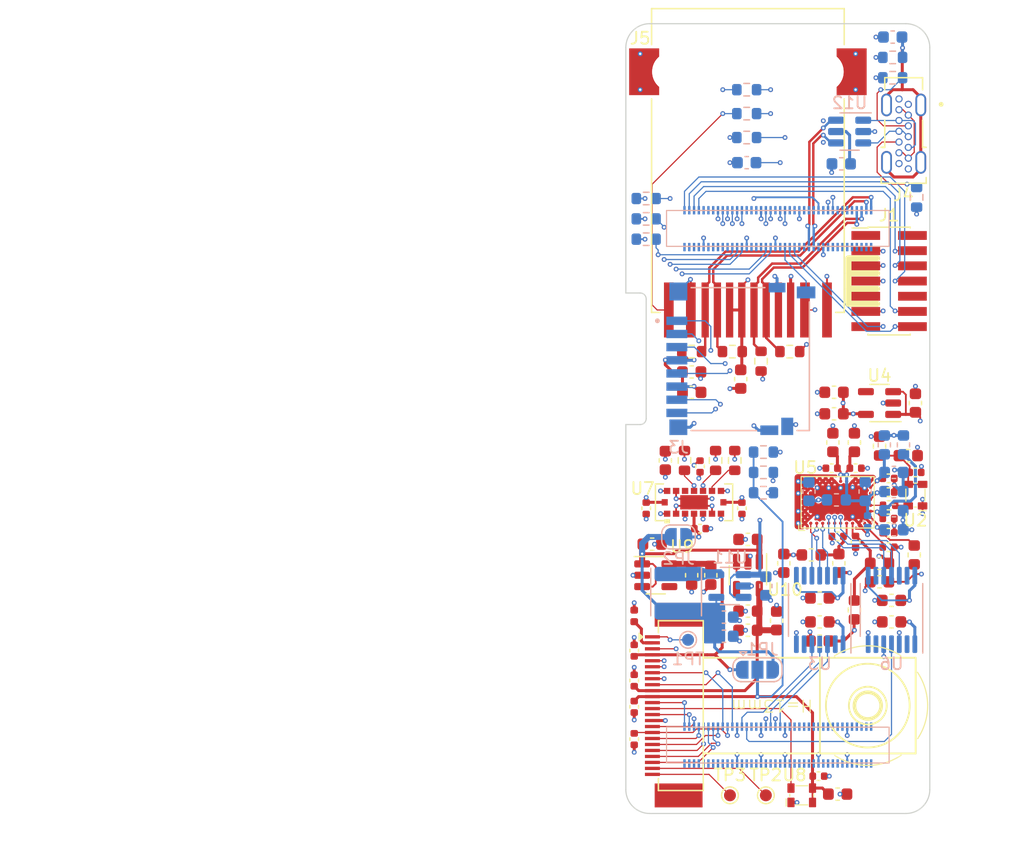
<source format=kicad_pcb>
(kicad_pcb (version 20221018) (generator pcbnew)
  (title_block (title "Heterogeneous radar, RGB, ToF sensor board") (date "2023-04-16") (rev "0") (company "Center for Project-Based Learning") (comment 1 "Zoltán Marcsek"))
  (layers (0 "F.Cu" signal "Top Signal") (1 "In1.Cu" power "Top GND") (2 "In2.Cu" signal "Inner Signal") (3 "In3.Cu" power "Inner Power") (4 "In4.Cu" power "Bottom GND") (31 "B.Cu" signal "Bottom Signal") (34 "B.Paste" user) (35 "F.Paste" user) (36 "B.SilkS" user "B.Silkscreen") (37 "F.SilkS" user "F.Silkscreen") (38 "B.Mask" user) (39 "F.Mask" user) (44 "Edge.Cuts" user))
  (net 0 "")
  (net 1 "/Camera/CAM_nRST")
  (net 2 "+3.3V")
  (net 3 "VD")
  (net 5 "GND")
  (net 9 "+1V5")
  (net 10 "+2V8")
  (net 15 "/Connectors/USB_Shield")
  (net 16 "/Radar/V_OSC")
  (net 17 "+1V8")
  (net 18 "/Radar/VDD_LF")
  (net 19 "/Radar/VDD_A")
  (net 20 "/Radar/VDD_RF")
  (net 24 "Net-(U12-VBUS)")
  (net 25 "Net-(J5-Pad11)")
  (net 26 "/Portenta/SDC_D2")
  (net 27 "/Portenta/SDC_D3")
  (net 31 "/Radar/VDD_D")
  (net 32 "/Radar/VDD_PLL")
  (net 33 "/Radar/VDD_VCO")
  (net 34 "/Radar/V_AREF")
  (net 46 "GNDA")
  (net 47 "/Portenta/SWDIO")
  (net 49 "/Portenta/SWCLK")
  (net 50 "/Portenta/SWO")
  (net 51 "/Portenta/nRST")
  (net 52 "/Portenta/UART4_TX")
  (net 56 "/Portenta/UART4_RX")
  (net 61 "/Portenta/SDC_CMD")
  (net 66 "/Connectors/USB_FS+")
  (net 84 "/Connectors/USB_FS-")
  (net 85 "/Camera/CAM_D7")
  (net 88 "/Camera/CAM_D6")
  (net 89 "/Camera/CAM_D5")
  (net 90 "/Camera/CAM_D4")
  (net 91 "/Camera/CAM_D3")
  (net 92 "/Camera/CAM_D2")
  (net 93 "/Camera/CAM_D1")
  (net 94 "/Camera/CAM_D0")
  (net 95 "/Camera/CAM_VS")
  (net 96 "/Camera/CAM_CK")
  (net 97 "/Camera/CAM_HS")
  (net 98 "/Connectors/ETH_A+")
  (net 104 "/Connectors/ETH_A-")
  (net 135 "/Connectors/ETH_B+")
  (net 136 "/Connectors/ETH_B-")
  (net 141 "/Connectors/ETH_LED1")
  (net 142 "/Connectors/ETH_LED2")
  (net 143 "/Portenta/TOF_RST")
  (net 144 "/Portenta/TOF_LPn")
  (net 145 "/Portenta/TOF_INT")
  (net 146 "/Portenta/I2C3_SDA")
  (net 147 "/Portenta/I2C3_SCL")
  (net 148 "/Camera/CAM_PWDN")
  (net 149 "/Radar/OSC_CLK")
  (net 150 "/Camera/Vmotor")
  (net 151 "/Camera/GNDMotor")
  (net 152 "/Camera/STROBE")
  (net 154 "/Camera/I2C1_SDA")
  (net 155 "/Camera/I2C1_SCL")
  (net 156 "/Portenta/RADAR_INT")
  (net 157 "/Radar/80mhz")
  (net 158 "/Portenta/SPI2_NSS")
  (net 159 "/Portenta/SPI2_SCK")
  (net 160 "/Portenta/SPI2_MISO")
  (net 161 "/Portenta/SPI2_MOSI")
  (net 163 "/Radar/SCK_1V8")
  (net 164 "/Radar/INT_1V8")
  (net 165 "/Radar/MOSI_1V8")
  (net 166 "/Radar/MISO_1V8")
  (net 167 "/Radar/RST_1V8")
  (net 168 "/Radar/NSS_1V8")
  (net 169 "/Portenta/SDC_CLK")
  (net 170 "/Portenta/SDC_D0")
  (net 171 "/Camera/XCLK")
  (net 172 "+3.3VP")
  (net 173 "+5V")
  (net 174 "/Portenta/SDC_D1")
  (net 175 "/Portenta/SDC_CD")
  (net 176 "unconnected-(J4-VBUS-PadA4)")
  (net 177 "Net-(J4-CC1)")
  (net 178 "Net-(J4-CC2)")
  (net 179 "Net-(J5-Pad1)")
  (net 181 "/Camera/LX")
  (net 182 "/Portenta/RADAR_nRST")
  (net 183 "/ToF Sensor/RSVD6")
  (net 197 "/Connectors/conn_USB-")
  (net 198 "/Connectors/conn_USB+")
  (footprint "Capacitor_SMD:C_0603_1608Metric" (layer "F.Cu") (at 153.5 118.6 180)
    (fp_text reference "C11" hide)
    (fp_text value "100n")
  )
  (footprint "Capacitor_SMD:C_0603_1608Metric" (layer "F.Cu") (at 153.5 117 180)
    (fp_text reference "C57" hide)
    (fp_text value "100n")
  )
  (footprint "Capacitor_SMD:C_0603_1608Metric" (layer "F.Cu") (at 142.8 113.1 -90)
    (fp_text reference "C37" hide)
    (fp_text value "10u")
  )
  (footprint "Capacitor_SMD:C_0402_1005Metric" (layer "F.Cu") (at 159.25 109.55)
    (fp_text reference "C3" hide)
    (fp_text value "10n")
  )
  (footprint "Capacitor_SMD:C_0603_1608Metric" (layer "F.Cu") (at 160.9 103.1)
    (fp_text reference "C9" hide)
    (fp_text value "1u")
  )
  (footprint "Capacitor_SMD:C_0603_1608Metric" (layer "F.Cu") (at 154.7 97.8 180)
    (fp_text reference "C27" hide)
    (fp_text value "10u")
  )
  (footprint "Capacitor_SMD:C_0402_1005Metric" (layer "F.Cu") (at 138 121.9 90)
    (fp_text reference "C40" hide)
    (fp_text value "100n")
  )
  (footprint "TestPoint:TestPoint_Pad_D1.0mm" (layer "F.Cu") (at 149 131.5)
    (fp_text reference "TP2")
    (fp_text value "Vmotor")
  )
  (footprint "Package_TO_SOT_SMD:SOT-23-5" (layer "F.Cu") (at 158.5 98.7 180)
    (fp_text reference "U4")
    (fp_text value "TLV74318 SOT23-5")
  )
  (footprint "Capacitor_SMD:C_0402_1005Metric" (layer "F.Cu") (at 138 119.4 90)
    (fp_text reference "C39" hide)
    (fp_text value "100n")
  )
  (footprint "Inductor_SMD:L_0603_1608Metric" (layer "F.Cu") (at 158.5 102.3 -90)
    (fp_text reference "L3" hide)
    (fp_text value "L")
  )
  (footprint "Resistor_SMD:R_0603_1608Metric" (layer "F.Cu") (at 146.4 103.5 -90)
    (fp_text reference "R6" hide)
    (fp_text value "47k")
  )
  (footprint "Resistor_SMD:R_0603_1608Metric" (layer "F.Cu") (at 142.2 103.5 -90)
    (fp_text reference "R2" hide)
    (fp_text value "2k2")
  )
  (footprint "Capacitor_SMD:C_0603_1608Metric" (layer "F.Cu") (at 153.5 115 180)
    (fp_text reference "C58" hide)
    (fp_text value "100n")
  )
  (footprint "Capacitor_SMD:C_0402_1005Metric" (layer "F.Cu") (at 159.25 110.75)
    (fp_text reference "C25" hide)
    (fp_text value "470n")
  )
  (footprint "BGT60UTR13DAiP:BGT60UTR13DAiP" (layer "F.Cu") (at 155 107)
    (fp_text reference "U5")
    (fp_text value "BGT60UTR13DAiP")
  )
  (footprint "Inductor_SMD:L_0603_1608Metric" (layer "F.Cu") (at 161.4 111.4 90)
    (fp_text reference "L1" hide)
    (fp_text value "L")
  )
  (footprint "STDC14_header:PinHeader_2x07_P1.27mm_Vertical_SMD" (layer "F.Cu") (at 159.3 88.5)
    (fp_text reference "J1")
    (fp_text value "Debug")
  )
  (footprint "Capacitor_SMD:C_0603_1608Metric" (layer "F.Cu") (at 149.9 116.9 90)
    (fp_text reference "C45" hide)
    (fp_text value "1u")
  )
  (footprint "Capacitor_SMD:C_0402_1005Metric" (layer "F.Cu") (at 138 126.8 -90)
    (fp_text reference "C35" hide)
    (fp_text value "22p")
  )
  (footprint "Inductor_SMD:L_0603_1608Metric" (layer "F.Cu") (at 156.4 116 90)
    (fp_text reference "L4" hide)
    (fp_text value "L")
  )
  (footprint "Capacitor_SMD:C_0603_1608Metric" (layer "F.Cu") (at 142.8 96.1)
    (fp_text reference "C49" hide)
    (fp_text value "100n")
  )
  (footprint "Capacitor_SMD:C_0402_1005Metric" (layer "F.Cu") (at 159.25 105)
    (fp_text reference "C22" hide)
    (fp_text value "10n")
  )
  (footprint "KC2016Z:KC2016Z" (layer "F.Cu") (at 152 131.5)
    (fp_text reference "U8")
    (fp_text value "KC2016Z24.0000")
  )
  (footprint "OV5640:OV2640FSL" (layer "F.Cu") (at 140.5 124 90)
    (fp_text reference "J2" hide)
    (fp_text value "Camera" hide)
  )
  (footprint "KC2016Z:KC2016Z" (layer "F.Cu") (at 161.5 106.4 90)
    (fp_text reference "U2")
    (fp_text value "KC2016Z80.0000")
  )
  (footprint "Capacitor_SMD:C_0402_1005Metric" (layer "F.Cu") (at 143.5 109.2)
    (fp_text reference "C31" hide)
    (fp_text value "100n")
  )
  (footprint "Capacitor_SMD:C_0402_1005Metric" (layer "F.Cu") (at 138 124.1 -90)
    (fp_text reference "C41" hide)
    (fp_text value "100n")
  )
  (footprint "216989-0001:MOLEX_216989-0001" (layer "F.Cu") (at 160.51675 75.975 180)
    (fp_text reference "J4")
    (fp_text value "FS USB")
  )
  (footprint "Package_TO_SOT_SMD:SOT-23-5" (layer "F.Cu") (at 147.5 113.1 -90)
    (fp_text reference "U10")
    (fp_text value "TLV74315 SOT23-5")
  )
  (footprint "Capacitor_SMD:C_0603_1608Metric" (layer "F.Cu") (at 150.5 112.1 -90)
    (fp_text reference "C4" hide)
    (fp_text value "10u")
  )
  (footprint "Resistor_SMD:R_0603_1608Metric" (layer "F.Cu") (at 142.8 94.4)
    (fp_text reference "R12" hide)
    (fp_text value "49.9")
  )
  (footprint "Capacitor_SMD:C_0402_1005Metric" (layer "F.Cu") (at 155 109.85 180)
    (fp_text reference "C6" hide)
    (fp_text value "10n")
  )
  (footprint "Capacitor_SMD:C_0402_1005Metric" (layer "F.Cu") (at 156.5 110.3 -90)
    (fp_text reference "C13" hide)
    (fp_text value "10n")
  )
  (footprint "Resistor_SMD:R_0603_1608Metric" (layer "F.Cu") (at 148.6 95.2 90)
    (fp_text reference "R14" hide)
    (fp_text value "49.9")
  )
  (footprint "Capacitor_SMD:C_0603_1608Metric" (layer "F.Cu") (at 144.4 113.1 -90)
    (fp_text reference "C38" hide)
    (fp_text value "10u")
  )
  (footprint "Resistor_SMD:R_0603_1608Metric" (layer "F.Cu") (at 146.2 94.4 180)
    (fp_text reference "R13" hide)
    (fp_text value "49.9")
  )
  (footprint "Inductor_SMD:L_0603_1608Metric" (layer "F.Cu") (at 152.8 111.4)
    (fp_text reference "L2" hide)
    (fp_text value "L")
  )
  (footprint "Capacitor_SMD:C_0603_1608Metric" (layer "F.Cu") (at 156.4 102 90)
    (fp_text reference "C23" hide)
    (fp_text value "1u")
  )
  (footprint "Capacitor_SMD:C_0402_1005Metric" (layer "F.Cu") (at 156.5 104.15)
    (fp_text reference "C24" hide)
    (fp_text value "10n")
  )
  (footprint "Capacitor_SMD:C_0603_1608Metric" (layer "F.Cu") (at 147.5 117.7 180)
    (fp_text reference "C44" hide)
    (fp_text value "10u")
  )
  (footprint "Inductor_SMD:L_0402_1005Metric" (layer "F.Cu") (at 138 116.5 -90)
    (fp_text reference "FB1" hide)
    (fp_text value "FerriteBead")
  )
  (footprint "Capacitor_SMD:C_0603_1608Metric" (layer "F.Cu") (at 154.6 102 90)
    (fp_text reference "C7" hide)
    (fp_text value "1u")
  )
  (footprint "Capacitor_SMD:C_0603_1608Metric" (layer "F.Cu") (at 155.1 112.1 -90)
    (fp_text reference "C5" hide)
    (fp_text value "1u")
  )
  (footprint "Capacitor_SMD:C_0402_1005Metric" (layer "F.Cu") (at 143.5 104 90)
    (fp_text reference "C55" hide)
    (fp_text value "100n")
  )
  (footprint "Capacitor_SMD:C_0402_1005Metric" (layer "F.Cu") (at 159.25 106.15)
    (fp_text reference "C17" hide)
    (fp_text value "10n")
  )
  (footprint "Capacitor_SMD:C_0402_1005Metric" (layer "F.Cu") (at 147 107.5 -90)
    (fp_text reference "C29" hide)
    (fp_text value "100n")
  )
  (footprint "TestPoint:TestPoint_Pad_D1.0mm" (layer "F.Cu") (at 146 131.5)
    (fp_text reference "TP3")
    (fp_text value "GNDmotor")
  )
  (footprint "Capacitor_SMD:C_0402_1005Metric" (layer "F.Cu") (at 153.4 129.9)
    (fp_text reference "C33" hide)
    (fp_text value "100n")
  )
  (footprint "Capacitor_SMD:C_0402_1005Metric" (layer "F.Cu") (at 161.5 104.5)
    (fp_text reference "C10" hide)
    (fp_text value "10n")
  )
  (footprint "J3026G01DNLT:PE_J3026G01DNLT" (layer "F.Cu") (at 147.5 71 180)
    (fp_text reference "J5")
    (fp_text value "J3026G01DNLT")
  )
  (footprint "Capacitor_SMD:C_0603_1608Metric" (layer "F.Cu") (at 142.807182 97.807182)
    (fp_text reference "C50" hide)
    (fp_text value "10u")
  )
  (footprint "Resistor_SMD:R_0402_1005Metric" (layer "F.Cu") (at 159.3 107.25 180)
    (fp_text reference "R1" hide)
    (fp_text value "150")
  )
  (footprint "Capacitor_SMD:C_0402_1005Metric" (layer "F.Cu") (at 154.5 104.15 180)
    (fp_text reference "C8" hide)
    (fp_text value "10n")
  )
  (footprint "Capacitor_SMD:C_0603_1608Metric" (layer "F.Cu") (at 147.5 110.1 180)
    (fp_text reference "C42" hide)
    (fp_text value "10u")
  )
  (footprint "Capacitor_SMD:C_0603_1608Metric" (layer "F.Cu") (at 154.7 99.6 180)
    (fp_text reference "C61" hide)
    (fp_text value "10u")
  )
  (footprint "Capacitor_SMD:C_0603_1608Metric" (layer "F.Cu") (at 158.5 113.65 180)
    (fp_text reference "C1" hide)
    (fp_text value "10u")
  )
  (footprint "Capacitor_SMD:C_0402_1005Metric" (layer "F.Cu") (at 159.25 108.35)
    (fp_text reference "C15" hide)
    (fp_text value "10n")
  )
  (footprint "Capacitor_SMD:C_0603_1608Metric" (layer "F.Cu") (at 139.5 110.5)
    (fp_text reference "C36" hide)
    (fp_text value "10u")
  )
  (footprint "Capacitor_SMD:C_0603_1608Metric" (layer "F.Cu") (at 161.5 98.7 90)
    (fp_text reference "C26" hide)
    (fp_text value "10u")
  )
  (footprint "Capacitor_SMD:C_0603_1608Metric" (layer "F.Cu") (at 146.9 96.7 -90)
    (fp_text reference "C51" hide)
    (fp_text value "100n")
  )
  (footprint "Resistor_SMD:R_0603_1608Metric" (layer "F.Cu") (at 151 94.4 180)
    (fp_text reference "R15" hide)
    (fp_text value "49.9")
  )
  (footprint "vl53l5cx:VL53L5CXV0GC&slash_1" (layer "F.Cu") (at 143 107 180)
    (fp_text reference "U7")
    (fp_text value "VL53L5CXV0GC/1")
  )
  (footprint "Capacitor_SMD:C_0603_1608Metric" (layer "F.Cu") (at 159.5 117 180)
    (fp_text reference "C59" hide)
    (fp_text value "100n")
  )
  (footprint "Capacitor_SMD:C_0402_1005Metric" (layer "F.Cu") (at 139 107.5 -90)
    (fp_text reference "C30" hide)
    (fp_text value "100n")
  )
  (footprint "Capacitor_SMD:C_0603_1608Metric" (layer "F.Cu") (at 155 131.4)
    (fp_text reference "C32" hide)
    (fp_text value "10u")
  )
  (footprint "Resistor_SMD:R_0603_1608Metric" (layer "F.Cu") (at 144.8 103.5 -90)
    (fp_text reference "R3" hide)
    (fp_text value "2k2")
  )
  (footprint "Package_TO_SOT_SMD:SOT-23-5" (layer "F.Cu") (at 139.8 113.1)
    (fp_text reference "U9")
    (fp_text value "TLV74328 SOT23-5")
  )
  (footprint "Capacitor_SMD:C_0603_1608Metric" (layer "F.Cu") (at 159.5 115.2 180)
    (fp_text reference "C60" hide)
    (fp_text value "100n")
  )
  (footprint "Capacitor_SMD:C_0603_1608Metric" (layer "F.Cu") (at 140.6 103.5 90)
    (fp_text reference "C28" hide)
    (fp_text value "4u7")
  )
  (footprint "Capacitor_SMD:C_0603_1608Metric" (layer "F.Cu") (at 158.5 112.1)
    (fp_text reference "C12" hide)
    (fp_text value "10u")
  )
  (footprint "Capacitor_SMD:C_0603_1608Metric" (layer "F.Cu") (at 147.5 116.1 180)
    (fp_text reference "C43" hide)
    (fp_text value "10u")
  )
  (footprint "Capacitor_SMD:C_0603_1608Metric" (layer "B.Cu") (at 159.7 104.5)
    (fp_text reference "C21" hide)
    (fp_text value "1u")
  )
  (footprint "Capacitor_SMD:C_0402_1005Metric" (layer "B.Cu") (at 157.5 108.6 -90)
    (fp_text reference "C20" hide)
    (fp_text value "10n")
  )
  (footprint "Resistor_SMD:R_0603_1608Metric" (layer "B.Cu") (at 147.4 76.5 180)
    (fp_text reference "R9" hide)
    (fp_text value "10k")
  )
  (footprint "Capacitor_SMD:C_0603_1608Metric" (layer "B.Cu") (at 159.7 106.1)
    (fp_text reference "C16" hide)
    (fp_text value "1u")
  )
  (footprint "Capacitor_SMD:C_0603_1608Metric" (layer "B.Cu") (at 159.6 68.1 180)
    (fp_text reference "C54" hide)
    (fp_text value "1n")
  )
  (footprint "Resistor_SMD:R_0603_1608Metric" (layer "B.Cu") (at 147.4 74.5 180)
    (fp_text reference "R18" hide)
    (fp_text value "470")
  )
  (footprint "Capacitor_SMD:C_0603_1608Metric" (layer "B.Cu") (at 145.5 118.2)
    (fp_text reference "C48" hide)
    (fp_text value "10u")
  )
  (footprint "Package_SO:TSSOP-14_4.4x5mm_P0.65mm" (layer "B.Cu") (at 159.5 116 90)
    (fp_text reference "U6")
    (fp_text value "TXU0304")
  )
  (footprint "Resistor_SMD:R_0603_1608Metric" (layer "B.Cu") (at 159.6 71.5)
    (fp_text reference "R16" hide)
    (fp_text value "5k1")
  )
  (footprint "Capacitor_SMD:C_0603_1608Metric" (layer "B.Cu") (at 147.4 78.6 180)
    (fp_text reference "C34" hide)
    (fp_text value "100n")
  )
  (footprint "Capacitor_SMD:C_0603_1608Metric" (layer "B.Cu") (at 155.3 78.7 180)
    (fp_text reference "C53" hide)
    (fp_text value "100n")
  )
  (footprint "Package_TO_SOT_SMD:TSOT-23-5" (layer "B.Cu") (at 146 114 180)
    (fp_text reference "U11")
    (fp_text value "LM3670MFX-3.3")
  )
  (footprint "1140084168:AMPHENOL_1140084168" (layer "B.Cu") (at 142.4375 95.025 90)
    (fp_text reference "J3")
    (fp_text value "1140084168")
  )
  (footprint "Capacitor_SMD:C_0603_1608Metric" (layer "B.Cu") (at 152.6 106.1 90)
    (fp_text reference "C18" hide)
    (fp_text value "10u")
  )
  (footprint "Resistor_SMD:R_0603_1608Metric" (layer "B.Cu") (at 139 85)
    (fp_text reference "R5" hide)
    (fp_text value "47k")
  )
  (footprint "Capacitor_SMD:C_0603_1608Metric" (layer "B.Cu") (at 145.5 116.6)
    (fp_text reference "C47" hide)
    (fp_text value "10u")
  )
  (footprint "Resistor_SMD:R_0603_1608Metric" (layer "B.Cu") (at 148.8 106.2)
    (fp_text reference "R11" hide)
    (fp_text value "2k2")
  )
  (footprint "Portenta:MODULE_ABX00042_NOSCREWS" (layer "B.Cu") (at 150 100 180)
    (fp_text reference "U1" hide)
    (fp_text value "DF40HC(3.5)-80DS-0.4V(51)")
  )
  (footprint "Capacitor_SMD:C_0603_1608Metric" (layer "B.Cu") (at 149 114 -90)
    (fp_text reference "C46" hide)
    (fp_text value "10u")
  )
  (footprint "Resistor_SMD:R_0603_1608Metric" (layer "B.Cu") (at 159.6 69.8 180)
    (fp_text reference "R20" hide)
    (fp_text value "1M")
  )
  (footprint "Inductor_SMD:L_0603_1608Metric" (layer "B.Cu") (at 160.5 102.2 -90)
    (fp_text reference "L5" hide)
    (fp_text value "L")
  )
  (footprint "Inductor_SMD:L_Abracon_ASPI-4030S" (layer "B.Cu") (at 141.5 114.5 -90)
    (fp_text reference "L8" hide)
    (fp_text value "ASPI-4030S-100M-T")
  )
  (footprint "Capacitor_SMD:C_0603_1608Metric" (layer "B.Cu") (at 157.3 106.1 90)
    (fp_text reference "C19" hide)
    (fp_text value "10u")
  )
  (footprint "Jumper:SolderJumper-3_P1.3mm_Open_RoundedPad1.0x1.5mm" (layer "B.Cu") (at 148.3 121)
    (fp_text reference "JP1")
    (fp_text value "VIO Select")
  )
  (footprint "Resistor_SMD:R_0603_1608Metric" (layer "B.Cu") (at 148.8 104.5)
    (fp_text reference "R10" hide)
    (fp_text value "2k2")
  )
  (footprint "Inductor_SMD:L_0603_1608Metric" (layer "B.Cu") (at 154.9 106.8)
    (fp_text reference "L6" hide)
    (fp_text value "L")
  )
  (footprint "Capacitor_SMD:C_0603_1608Metric" (layer "B.Cu") (at 159.7 107.7)
    (fp_text reference "C14" hide)
    (fp_text value "1u")
  )
  (footprint "Jumper:SolderJumper-2_P1.3mm_Open_RoundedPad1.0x1.5mm" (layer "B.Cu") (at 141.7 109.9)
    (fp_text reference "JP2")
    (fp_text value "3v3 Select")
  )
  (footprint "Package_TO_SOT_SMD:SOT-23-6" (layer "B.Cu") (at 156 76 180)
    (fp_text reference "U12")
    (fp_text value "USBLC6-2SC6")
  )
  (footprint "Resistor_SMD:R_0603_1608Metric" (layer "B.Cu") (at 161.6 81.5 90)
    (fp_text reference "R17" hide)
    (fp_text value "5k1")
  )
  (footprint "Package_SO:TSSOP-14_4.4x5mm_P0.65mm" (layer "B.Cu") (at 153.5 116 90)
    (fp_text reference "U3")
    (fp_text value "TXU0304")
  )
  (footprint "Resistor_SMD:R_0603_1608Metric" (layer "B.Cu") (at 148.8 102.8)
    (fp_text reference "R8" hide)
    (fp_text value "10k")
  )
  (footprint "Resistor_SMD:R_0603_1608Metric" (layer "B.Cu") (at 147.4 72.5 180)
    (fp_text reference "R19" hide)
    (fp_text value "470")
  )
  (footprint "TestPoint:TestPoint_Pad_D1.0mm" (layer "B.Cu") (at 142.5 118.5 180)
    (fp_text reference "TP1")
    (fp_text value "Strobe")
  )
  (footprint "Resistor_SMD:R_0603_1608Metric" (layer "B.Cu") (at 139 81.6 180)
    (fp_text reference "R7" hide)
    (fp_text value "47k")
  )
  (footprint "Capacitor_SMD:C_0603_1608Metric" (layer "B.Cu") (at 159.7 109.3)
    (fp_text reference "C2" hide)
    (fp_text value "1u")
  )
  (footprint "Inductor_SMD:L_0603_1608Metric" (layer "B.Cu") (at 158.9 102.2 -90)
    (fp_text reference "L7" hide)
    (fp_text value "L")
  )
  (footprint "Resistor_SMD:R_0603_1608Metric" (layer "B.Cu") (at 139 83.3)
    (fp_text reference "R4" hide)
    (fp_text value "47k")
  )
  (gr_arc (start 160.7 66.98) (mid 162.114214 67.565786) (end 162.7 68.98) (stroke (width 0.1)) (layer "Edge.Cuts"))
  (gr_arc (start 139 100) (mid 138.853553 100.353553) (end 138.5 100.5) (stroke (width 0.1)) (layer "Edge.Cuts"))
  (gr_line (start 139.3 66.98) (end 160.7 66.98) (stroke (width 0.1)) (layer "Edge.Cuts"))
  (gr_arc (start 137.3 68.98) (mid 137.885786 67.565786) (end 139.3 66.98) (stroke (width 0.1)) (layer "Edge.Cuts"))
  (gr_line (start 137.3 89.5) (end 137.3 68.98) (stroke (width 0.1)) (layer "Edge.Cuts"))
  (gr_line (start 137.3 131.02) (end 137.3 100.5) (stroke (width 0.1)) (layer "Edge.Cuts"))
  (gr_arc (start 139.3 133.02) (mid 137.885786 132.434214) (end 137.3 131.02) (stroke (width 0.1)) (layer "Edge.Cuts"))
  (gr_line (start 162.7 68.98) (end 162.7 131.02) (stroke (width 0.1)) (layer "Edge.Cuts"))
  (gr_line (start 138.5 100.5) (end 137.3 100.5) (stroke (width 0.1)) (layer "Edge.Cuts"))
  (gr_line (start 160.7 133.02) (end 139.3 133.02) (stroke (width 0.1)) (layer "Edge.Cuts"))
  (gr_arc (start 138.5 89.5) (mid 138.853553 89.646447) (end 139 90) (stroke (width 0.1)) (layer "Edge.Cuts"))
  (gr_line (start 139 90) (end 139 100) (stroke (width 0.1)) (layer "Edge.Cuts"))
  (gr_arc (start 162.7 131.02) (mid 162.114214 132.434214) (end 160.7 133.02) (stroke (width 0.1)) (layer "Edge.Cuts"))
  (gr_line (start 138.5 89.5) (end 137.3 89.5) (stroke (width 0.1)) (layer "Edge.Cuts"))
  (segment (start 139.52 120.75) (end 140.5 120.75) (width 0.1) (layer "F.Cu") (net 1))
  (via (at 150.2 102.8) (size 0.4) (drill 0.2) (layers "F.Cu" "B.Cu") (net 1))
  (via (at 150.2 83.3) (size 0.4) (drill 0.2) (layers "F.Cu" "B.Cu") (net 1))
  (via (at 140.5 120.75) (size 0.4) (drill 0.2) (layers "F.Cu" "B.Cu") (net 1))
  (via (at 150.2 78.6) (size 0.4) (drill 0.2) (layers "F.Cu" "B.Cu") (net 1))
  (segment (start 149.625 102.8) (end 150.2 102.8) (width 0.1) (layer "B.Cu") (net 1))
  (segment (start 150.2 78.6) (end 148.175 78.6) (width 0.1) (layer "B.Cu") (net 1))
  (segment (start 150.2 83.3) (end 150.2 82.58) (width 0.1) (layer "B.Cu") (net 1))
  (segment (start 160.7 98) (end 160.7 99.65) (width 0.15) (layer "F.Cu") (net 2))
  (segment (start 161.325 99.65) (end 161.5 99.475) (width 0.25) (layer "F.Cu") (net 2))
  (segment (start 160.45 97.75) (end 160.7 98) (width 0.15) (layer "F.Cu") (net 2))
  (segment (start 140 107) (end 139.02 107) (width 0.25) (layer "F.Cu") (net 2))
  (segment (start 151.825 94.375) (end 152.4 93.8) (width 0.15) (layer "F.Cu") (net 2))
  (segment (start 140.5489 107) (end 140 107) (width 0.25) (layer "F.Cu") (net 2))
  (segment (start 139 107.02) (end 139 106.6) (width 0.25) (layer "F.Cu") (net 2))
  (segment (start 159.275 113.65) (end 160.75 113.65) (width 0.15) (layer "F.Cu") (net 2))
  (segment (start 139.02 107) (end 139 107.02) (width 0.25) (layer "F.Cu") (net 2))
  (segment (start 146.99 90.92) (end 146.99 94.365) (width 0.15) (layer "F.Cu") (net 2))
  (segment (start 140.6 95.5) (end 140.6 95.1) (width 0.25) (layer "F.Cu") (net 2))
  (segment (start 159.6375 99.65) (end 160.7 99.65) (width 0.25) (layer "F.Cu") (net 2))
  (segment (start 157.35 85.96) (end 158.76 85.96) (width 0.15) (layer "F.Cu") (net 2))
  (segment (start 154.11 88.11) (end 154.1 88.1) (width 0.15) (layer "F.Cu") (net 2))
  (segment (start 147.5 88.4) (end 146.99 88.91) (width 0.15) (layer "F.Cu") (net 2))
  (segment (start 147 107.02) (end 147 106.6) (width 0.25) (layer "F.Cu") (net 2))
  (segment (start 143 108.4) (end 143 107.9525) (width 0.25) (layer "F.Cu") (net 2))
  (segment (start 144.8 102.675) (end 144.8 103.4) (width 0.15) (layer "F.Cu") (net 2))
  (segment (start 145.4511 107) (end 146 107) (width 0.25) (layer "F.Cu") (net 2))
  (segment (start 146.99 94.365) (end 147.025 94.4) (width 0.15) (layer "F.Cu") (net 2))
  (segment (start 146.9 95.925) (end 146.99 95.835) (width 0.25) (layer "F.Cu") (net 2))
  (segment (start 161 117) (end 160.275 117) (width 0.25) (layer "F.Cu") (net 2))
  (segment (start 154.11 90.92) (end 154.11 88.11) (width 0.15) (layer "F.Cu") (net 2))
  (segment (start 143.5 104.9) (end 143.4 105) (width 0.15) (layer "F.Cu") (net 2))
  (segment (start 146.99 88.91) (end 146.99 90.92) (width 0.15) (layer "F.Cu") (net 2))
  (segment (start 141.975 94.4) (end 141.975 94.475) (width 0.15) (layer "F.Cu") (net 2))
  (segment (start 146.98 107) (end 147 107.02) (width 0.25) (layer "F.Cu") (net 2))
  (segment (start 142.025 96.1) (end 141.2 96.1) (width 0.25) (layer "F.Cu") (net 2))
  (segment (start 142.6 95.1) (end 143 95.1) (width 0.15) (layer "F.Cu") (net 2))
  (segment (start 140.6 104.275) (end 140.6 104.9) (width 0.25) (layer "F.Cu") (net 2))
  (segment (start 143.5 104.48) (end 143.5 104.9) (width 0.15) (layer "F.Cu") (net 2))
  (segment (start 146.99 95.835) (end 146.99 90.92) (width 0.25) (layer "F.Cu") (net 2))
  (segment (start 141.2 96.1) (end 140.6 95.5) (width 0.25) (layer "F.Cu") (net 2))
  (segment (start 145.97 90.92) (end 146.99 90.92) (width 0.25) (layer "F.Cu") (net 2))
  (segment (start 143 109.32) (end 143 108.4) (width 0.25) (layer "F.Cu") (net 2))
  (segment (start 161.4 113) (end 161.4 112.1875) (width 0.15) (layer "F.Cu") (net 2))
  (segment (start 160.75 113.65) (end 161.4 113) (width 0.15) (layer "F.Cu") (net 2))
  (segment (start 142.032182 97.807182) (end 142.032182 96.107182) (width 0.25) (layer "F.Cu") (net 2))
  (segment (start 143.4 109.58) (end 143.4 109.9) (width 0.25) (layer "F.Cu") (net 2))
  (segment (start 161.4 113) (end 162 113) (width 0.15) (layer "F.Cu") (net 2))
  (segment (start 142.032182 96.107182) (end 142.025 96.1) (width 0.25) (layer "F.Cu") (net 2))
  (segment (start 141.975 94.475) (end 142.6 95.1) (width 0.15) (layer "F.Cu") (net 2))
  (segment (start 146 107) (end 146.98 107) (width 0.25) (layer "F.Cu") (net 2))
  (segment (start 148.737 96.162) (end 148.6 96.025) (width 0.15) (layer "F.Cu") (net 2))
  (segment (start 159.6375 97.75) (end 160.45 97.75) (width 0.15) (layer "F.Cu") (net 2))
  (segment (start 146.4 102.675) (end 146.4 103.4) (width 0.15) (layer "F.Cu") (net 2))
  (segment (start 148.737 96.7) (end 148.737 96.162) (width 0.15) (layer "F.Cu") (net 2))
  (segment (start 142.2 102.675) (end 142.2 103.4) (width 0.15) (layer "F.Cu") (net 2))
  (segment (start 155 117) (end 154.275 117) (width 0.25) (layer "F.Cu") (net 2))
  (segment (start 151.825 94.4) (end 151.825 94.375) (width 0.15) (layer "F.Cu") (net 2))
  (segment (start 160.7 99.65) (end 161.325 99.65) (width 0.25) (layer "F.Cu") (net 2))
  (segment (start 158.76 85.96) (end 158.8 86) (width 0.15) (layer "F.Cu") (net 2))
  (segment (start 161.5 99.475) (end 161.9 99.875) (width 0.15) (layer "F.Cu") (net 2))
  (segment (start 143.02 109.2) (end 143.4 109.58) (width 0.25) (layer "F.Cu") (net 2))
  (segment (start 161.9 99.875) (end 161.9 100.2) (width 0.15) (layer "F.Cu") (net 2))
  (via (at 150.6 128.1) (size 0.4) (drill 0.2) (layers "F.Cu" "B.Cu") (net 2))
  (via (at 138.9 83.3) (size 0.4) (drill 0.2) (layers "F.Cu" "B.Cu") (net 2))
  (via (at 162 113) (size 0.4) (drill 0.2) (layers "F.Cu" "B.Cu") (net 2))
  (via (at 155 117) (size 0.4) (drill 0.2) (layers "F.Cu" "B.Cu") (net 2))
  (via (at 146.4 103.4) (size 0.4) (drill 0.2) (layers "F.Cu" "B.Cu") (net 2))
  (via (at 158.8 86) (size 0.4) (drill 0.2) (layers "F.Cu" "B.Cu") (net 2))
  (via (at 143 95.1) (size 0.4) (drill 0.2) (layers "F.Cu" "B.Cu") (net 2))
  (via (at 148.6 126.5) (size 0.4) (drill 0.2) (layers "F.Cu" "B.Cu") (net 2))
  (via (at 138.9 85) (size 0.4) (drill 0.2) (layers "F.Cu" "B.Cu") (net 2))
  (via (at 154.1 88.1) (size 0.4) (drill 0.2) (layers "F.Cu" "B.Cu") (net 2))
  (via (at 161.9 100.2) (size 0.4) (drill 0.2) (layers "F.Cu" "B.Cu") (net 2))
  (via (at 148.737 96.7) (size 0.4) (drill 0.2) (layers "F.Cu" "B.Cu") (net 2))
  (via (at 140.6 95.1) (size 0.4) (drill 0.2) (layers "F.Cu" "B.Cu") (net 2))
  (via (at 142.2 103.4) (size 0.4) (drill 0.2) (layers "F.Cu" "B.Cu") (net 2))
  (via (at 147.5 88.4) (size 0.4) (drill 0.2) (layers "F.Cu" "B.Cu") (net 2))
  (via (at 143.4 109.9) (size 0.4) (drill 0.2) (layers "F.Cu" "B.Cu") (net 2))
  (via (at 146.6 128.1) (size 0.4) (drill 0.2) (layers "F.Cu" "B.Cu") (net 2))
  (via (at 144.8 103.4) (size 0.4) (drill 0.2) (layers "F.Cu" "B.Cu") (net 2))
  (via (at 155.8 128.1) (size 0.4) (drill 0.2) (layers "F.Cu" "B.Cu") (net 2))
  (via (at 139 106.6) (size 0.4) (drill 0.2) (layers "F.Cu" "B.Cu") (net 2))
  (via (at 161 117) (size 0.4) (drill 0.2) (layers "F.Cu" "B.Cu") (net 2))
  (via (at 147 106.6) (size 0.4) (drill 0.2) (layers "F.Cu" "B.Cu") (net 2))
  (via (at 140.6 104.9) (size 0.4) (drill 0.2) (layers "F.Cu" "B.Cu") (net 2))
  (via (at 152.4 93.8) (size 0.4) (drill 0.2) (layers "F.Cu" "B.Cu") (net 2))
  (via (at 143.8 84.9) (size 0.4) (drill 0.2) (layers "F.Cu" "B.Cu") (net 2))
  (via (at 143.4 105) (size 0.4) (drill 0.2) (layers "F.Cu" "B.Cu") (net 2))
  (segment (start 141.5625 95.125) (end 142.975 95.125) (width 0.25) (layer "B.Cu") (net 2))
  (segment (start 138.175 85) (end 138.9 85) (width 0.15) (layer "B.Cu") (net 2))
  (segment (start 146.6 128.84) (end 146.6 128.1) (width 0.15) (layer "B.Cu") (net 2))
  (segment (start 141.5375 95.1) (end 141.5625 95.125) (width 0.25) (layer "B.Cu") (net 2))
  (segment (start 140.6 95.1) (end 141.5375 95.1) (width 0.25) (layer "B.Cu") (net 2))
  (segment (start 148.6 125.76) (end 148.6 126.5) (width 0.15) (layer "B.Cu") (net 2))
  (segment (start 138.175 83.3) (end 138.9 83.3) (width 0.15) (layer "B.Cu") (net 2))
  (segment (start 155.45 117.45) (end 155 117) (width 0.25) (layer "B.Cu") (net 2))
  (segment (start 161.45 118.8625) (end 161.45 117.45) (width 0.25) (layer "B.Cu") (net 2))
  (segment (start 150.6 128.84) (end 150.6 128.1) (width 0.15) (layer "B.Cu") (net 2))
  (segment (start 142.35 109.9) (end 143.4 109.9) (width 0.25) (layer "B.Cu") (net 2))
  (segment (start 142.975 95.125) (end 143 95.1) (width 0.25) (layer "B.Cu") (net 2))
  (segment (start 155.45 118.8625) (end 155.45 117.45) (width 0.25) (layer "B.Cu") (net 2))
  (segment (start 161.45 117.45) (end 161 117) (width 0.25) (layer "B.Cu") (net 2))
  (segment (start 155.8 128.84) (end 155.8 128.1) (width 0.15) (layer "B.Cu") (net 2))
  (segment (start 143.8 85.66) (end 143.8 84.9) (width 0.15) (layer "B.Cu") (net 2))
  (segment (start 148.3 123.25) (end 151.55 123.25) (width 0.25) (layer "F.Cu") (net 3))
  (segment (start 138.37 123.25) (end 138 123.62) (width 0.25) (layer "F.Cu") (net 3))
  (segment (start 152.9 124.6) (end 152.9 130.895599) (width 0.25) (layer "F.Cu") (net 3))
  (segment (start 153.720599 130.895599) (end 154.225 131.4) (width 0.25) (layer "F.Cu") (net 3))
  (segment (start 151.55 123.25) (end 152.9 124.6) (width 0.25) (layer "F.Cu") (net 3))
  (segment (start 152.9 130.895599) (end 152.9 132.1) (width 0.15) (layer "F.Cu") (net 3))
  (segment (start 139.52 123.25) (end 138.37 123.25) (width 0.25) (layer "F.Cu") (net 3))
  (segment (start 139.52 123.25) (end 148.3 123.25) (width 0.25) (layer "F.Cu") (net 3))
  (segment (start 152.9 130.895599) (end 153.720599 130.895599) (width 0.25) (layer "F.Cu") (net 3))
  (via (at 148.3 123.25) (size 0.4) (drill 0.2) (layers "F.Cu" "B.Cu") (net 3))
  (segment (start 147.975 102.8) (end 147.975 104.5) (width 0.15) (layer "B.Cu") (net 3))
  (segment (start 150.4 122.3) (end 149.45 123.25) (width 0.15) (layer "B.Cu") (net 3))
  (segment (start 149.45 123.25) (end 148.3 123.25) (width 0.15) (layer "B.Cu") (net 3))
  (segment (start 147.975 104.5) (end 147.975 106.2) (width 0.15) (layer "B.Cu") (net 3))
  (segment (start 148.3 121) (end 148.3 123.25) (width 0.25) (layer "B.Cu") (net 3))
  (segment (start 150.4 108.625) (end 150.4 122.3) (width 0.15) (layer "B.Cu") (net 3))
  (segment (start 147.975 106.2) (end 150.4 108.625) (width 0.15) (layer "B.Cu") (net 3))
  (segment (start 140.275 110.5) (end 139.7 110.5) (width 0.25) (layer "F.Cu") (net 5))
  (segment (start 159.73 105.55) (end 159.73 105) (width 0.25) (layer "F.Cu") (net 5))
  (segment (start 146.725 116.1) (end 147.3 116.1) (width 0.25) (layer "F.Cu") (net 5))
  (segment (start 157.725 113.65) (end 157.3 114.075) (width 0.15) (layer "F.Cu") (net 5))
  (segment (start 158.675 111.5) (end 159.275 112.1) (width 0.25) (layer "F.Cu") (net 5))
  (segment (start 138 121.42) (end 138 120.8) (width 0.25) (layer "F.Cu") (net 5))
  (segment (start 155.975 112.875) (end 156 112.9) (width 0.25) (layer "F.Cu") (net 5))
  (segment (start 146.025 97.475) (end 146 97.5) (width 0.25) (layer "F.Cu") (net 5))
  (segment (start 162.095599 106.754401) (end 162.1 106.75) (width 0.15) (layer "F.Cu") (net 5))
  (segment (start 156.5 111.3) (end 156.5 110.78) (width 0.15) (layer "F.Cu") (net 5))
  (segment (start 159.73 110.75) (end 160.3 110.75) (width 0.25) (layer "F.Cu") (net 5))
  (segment (start 151.07 90.92) (end 151.07 88.13) (width 0.25) (layer "F.Cu") (net 5))
  (segment (start 140.6 102.725) (end 140.6 103.4) (width 0.25) (layer "F.Cu") (net 5))
  (segment (start 138 118.92) (end 138 118.3) (width 0.25) (layer "F.Cu") (net 5))
  (segment (start 145.250001 106.0475) (end 145.7975 106.0475) (width 0.15) (layer "F.Cu") (net 5))
  (segment (start 162.095599 107.3) (end 162.095599 107.945599) (width 0.15) (layer "F.Cu") (net 5))
  (segment (start 144.4 113.9) (end 143.8 114.5) (width 0.25) (layer "F.Cu") (net 5))
  (segment (start 159.73 108.95) (end 159.73 108.35) (width 0.25) (layer "F.Cu") (net 5))
  (segment (start 157.35 87.23) (end 158.77 87.23) (width 0.15) (layer "F.Cu") (net 5))
  (segment (start 161.98 104.5) (end 161.98 104.02) (width 0.15) (layer "F.Cu") (net 5))
  (segment (start 162.095599 107.3) (end 162.095599 106.754401) (width 0.15) (layer "F.Cu") (net 5))
  (segment (start 154.02 104.15) (end 153.5 104.15) (width 0.15) (layer "F.Cu") (net 5))
  (segment (start 140.749999 106.0475) (end 140.2025 106.0475) (width 0.15) (layer "F.Cu") (net 5))
  (segment (start 143.575 96.1) (end 143.575 96.625) (width 0.25) (layer "F.Cu") (net 5))
  (segment (start 157.35 91.04) (end 158.76 91.04) (width 0.15) (layer "F.Cu") (net 5))
  (segment (start 143.38 103.52) (end 143 103.9) (width 0.15) (layer "F.Cu") (net 5))
  (segment (start 157.35 88.5) (end 158.8 88.5) (width 0.15) (layer "F.Cu") (net 5))
  (segment (start 152.725 117.865892) (end 152.725 118.6) (width 0.25) (layer "F.Cu") (net 5))
  (segment (start 138.6625 113.1) (end 137.9 113.1) (width 0.25) (layer "F.Cu") (net 5))
  (segment (start 138 124.58) (end 138 125.2) (width 0.25) (layer "F.Cu") (net 5))
  (segment (start 159.5 110.98) (end 159.5 111.875) (width 0.25) (layer "F.Cu") (net 5))
  (segment (start 152.725 117) (end 152.1 117) (width 0.25) (layer "F.Cu") (net 5))
  (segment (start 139 107.98) (end 139 108.4) (width 0.25) (layer "F.Cu") (net 5))
  (segment (start 158.725 117) (end 158.1 117) (width 0.25) (layer "F.Cu") (net 5))
  (segment (start 146.725 110.1) (end 147.3 110.1) (width 0.25) (layer "F.Cu") (net 5))
  (segment (start 140.2025 106.0475) (end 140.2 106.05) (width 0.15) (layer "F.Cu") (net 5))
  (segment (start 159.73 105.55) (end 159.73 106.15) (width 0.25) (layer "F.Cu") (net 5))
  (segment (start 142.8 113.875) (end 142.8 114.5) (width 0.25) (layer "F.Cu") (net 5))
  (segment (start 150.5 112.875) (end 149.825 112.875) (width 0.25) (layer "F.Cu") (net 5))
  (segment (start 161.5 97.925) (end 161.5 97.3) (width 0.25) (layer "F.Cu") (net 5))
  (segment (start 144.5 107.3) (end 141.5 107.3) (width 0.15) (layer "F.Cu") (net 5))
  (segment (start 140.749999 107.9525) (end 140.2025 107.9525) (width 0.15) (layer "F.Cu") (net 5))
  (segment (start 143.98 109.2) (end 144.4 109.2) (width 0.25) (layer "F.Cu") (net 5))
  (segment (start 143.575 96.625) (end 143.55 96.65) (width 0.25) (layer "F.Cu") (net 5))
  (segment (start 143.582182 97.807182) (end 143.507182 97.807182) (width 0.25) (layer "F.Cu") (net 5))
  (segment (start 159.5 111.875) (end 159.275 112.1) (width 0.25) (layer "F.Cu") (net 5))
  (segment (start 151.1 132.095599) (end 151.595599 132.095599) (width 0.25) (layer "F.Cu") (net 5))
  (segment (start 152.689253 117.830145) (end 152.725 117.865892) (width 0.25) (layer "F.Cu") (net 5))
  (segment (start 140.2025 107.9525) (end 140.2 107.95) (width 0.15) (layer "F.Cu") (net 5))
  (segment (start 142.73 88.3925) (end 142.73 90.92) (width 0.15) (layer "F.Cu") (net 5))
  (segment (start 155.775 131.4) (end 155.2 131.4) (width 0.25) (layer "F.Cu") (net 5))
  (segment (start 147.3 116.1) (end 147.302886 116.102886) (width 0.25) (layer "F.Cu") (net 5))
  (segment (start 154.52 109.85) (end 154.52 110.37) (width 0.15) (layer "F.Cu") (net 5))
  (segment (start 142.7 88.3625) (end 142.73 88.3925) (width 0.15) (layer "F.Cu") (net 5))
  (segment (start 154.52 110.37) (end 154.55 110.4) (width 0.15) (layer "F.Cu") (net 5))
  (segment (start 141.5 106.0475) (end 141.5 106.7) (width 0.15) (layer "F.Cu") (net 5))
  (segment (start 159.6375 98.7) (end 158.8 98.7) (width 0.25) (layer "F.Cu") (net 5))
  (segment (start 146.9 97.475) (end 146.025 97.475) (width 0.25) (layer "F.Cu") (net 5))
  (segment (start 161.98 104.02) (end 162 104) (width 0.15) (layer "F.Cu") (net 5))
  (segment (start 158.77 87.23) (end 158.8 87.2) (width 0.15) (layer "F.Cu") (net 5))
  (segment (start 158.76 91.04) (end 158.8 91) (width 0.15) (layer "F.Cu") (net 5))
  (segment (start 138 116.015) (end 138 115.4) (width 0.25) (layer "F.Cu") (net 5))
  (segment (start 149.825 112.875) (end 149.8 112.9) (width 0.25) (layer "F.Cu") (net 5))
  (segment (start 158.725 115.2) (end 158.1 115.2) (width 0.25) (layer "F.Cu") (net 5))
  (segment (start 156.98 104.15) (end 157.5 104.15) (width 0.15) (layer "F.Cu") (net 5))
  (segment (start 156.75 108.75) (end 156.75 108.95) (width 0.15) (layer "F.Cu") (net 5))
  (segment (start 157.3 114.075) (end 157.3 114.4) (width 0.15) (layer "F.Cu") (net 5))
  (segment (start 155.1 112.875) (end 155.975 112.875) (width 0.25) (layer "F.Cu") (net 5))
  (segment (start 153.925 99.6) (end 153.3 99.6) (width 0.25) (layer "F.Cu") (net 5))
  (segment (start 159.73 110.75) (end 159.5 110.98) (width 0.25) (layer "F.Cu") (net 5))
  (segment (start 138 127.28) (end 138 127.9) (width 0.25) (layer "F.Cu") (net 5))
  (segment (start 156.4 101.225) (end 156.4 100.6) (width 0.25) (layer "F.Cu") (net 5))
  (segment (start 147 107.98) (end 147 108.4) (width 0.25) (layer "F.Cu") (net 5))
  (segment (start 146.725 117.7) (end 147.3 117.7) (width 0.25) (layer "F.Cu") (net 5))
  (segment (start 149.9 116.125) (end 149.9 115.6) (width 0.25) (layer "F.Cu") (net 5))
  (segment (start 156.75 108.95) (end 157.5 109.7) (width 0.15) (layer "F.Cu") (net 5))
  (segment (start 151.595599 132.095599) (end 151.6 132.1) (width 0.25) (layer "F.Cu") (net 5))
  (segment (start 145.7975 106.0475) (end 145.8 106.05) (width 0.15) (layer "F.Cu") (net 5))
  (segment (start 158.45 111.5) (end 158.675 111.5) (width 0.25) (layer "F.Cu") (net 5))
  (segment (start 141.5 106.7) (end 144.5 106.7) (width 0.15) (layer "F.Cu") (net 5))
  (segment (start 152.725 115) (end 152.1 115) (width 0.25) (layer "F.Cu") (net 5))
  (segment (start 153.925 97.8) (end 153.3 97.8) (width 0.25) (layer "F.Cu") (net 5))
  (segment (start 154.6 101.225) (end 154.6 100.6) (width 0.25) (layer "F.Cu") (net 5))
  (segment (start 159.73 108.95) (end 159.73 109.55) (width 0.25) (layer "F.Cu") (net 5))
  (segment (start 143.507182 97.807182) (end 143 97.3) (width 0.25) (layer "F.Cu") (net 5))
  (segment (start 161.675 102.4) (end 161.675 103.1) (width 0.15) (layer "F.Cu") (net 5))
  (segment (start 151.07 88.13) (end 151.1 88.1) (width 0.25) (layer "F.Cu") (net 5))
  (segment (start 144.4 113.875) (end 144.4 113.9) (width 0.25) (layer "F.Cu") (net 5))
  (segment (start 153.88 129.9) (end 154.3 129.9) (width 0.25) (layer "F.Cu") (net 5))
  (segment (start 139.52 125.25) (end 140.6 125.25) (width 0.25) (layer "F.Cu") (net 5))
  (segment (start 144.5 107.9525) (end 144.5 107.3) (width 0.15) (layer "F.Cu") (net 5))
  (segment (start 141.5 107.9525) (end 141.5 107.3) (width 0.15) (layer "F.Cu") (net 5))
  (segment (start 143.5 103.52) (end 143.38 103.52) (width 0.15) (layer "F.Cu") (net 5))
  (segment (start 162.095599 107.945599) (end 162.1 107.95) (width 0.15) (layer "F.Cu") (net 5))
  (via (at 154.3 129.9) (size 0.4) (drill 0.2) (layers "F.Cu" "B.Cu") (net 5))
  (via (at 152.1 117) (size 0.4) (drill 0.2) (layers "F.Cu" "B.Cu") (net 5))
  (via (at 141.5 106.7) (size 0.4) (drill 0.2) (layers "F.Cu" "B.Cu") (net 5))
  (via (at 148.6 128.1) (size 0.4) (drill 0.2) (layers "F.Cu" "B.Cu") (net 5))
  (via (at 153.3 105.8) (size 0.4) (drill 0.2) (layers "F.Cu" "B.Cu") (net 5))
  (via (at 138.5 72.5) (size 0.4) (drill 0.2) (layers "F.Cu" "B.Cu") (net 5))
  (via (at 158.8 87.2) (size 0.4) (drill 0.2) (layers "F.Cu" "B.Cu") (net 5))
  (via (at 161.5 97.3) (size 0.4) (drill 0.2) (layers "F.Cu" "B.Cu") (net 5))
  (via (at 153.5 104.15) (size 0.4) (drill 0.2) (layers "F.Cu" "B.Cu") (net 5))
  (via (at 140.2 107.95) (size 0.4) (drill 0.2) (layers "F.Cu" "B.Cu") (net 5))
  (via (at 151.7 107.75) (size 0.4) (drill 0.2) (layers "F.Cu" "B.Cu") (net 5))
  (via (at 158.8 91) (size 0.4) (drill 0.2) (layers "F.Cu" "B.Cu") (net 5))
  (via (at 153.8 76.9) (size 0.4) (drill 0.2) (layers "F.Cu" "B.Cu") (net 5))
  (via (at 143.55 96.65) (size 0.4) (drill 0.2) (layers "F.Cu" "B.Cu") (net 5))
  (via (at 144.5 107.3) (size 0.4) (drill 0.2) (layers "F.Cu" "B.Cu") (net 5))
  (via (at 142.7 88.3625) (size 0.4) (drill 0.2) (layers "F.Cu" "B.Cu") (net 5))
  (via (at 151.1 88.1) (size 0.4) (drill 0.2) (layers "F.Cu" "B.Cu") (net 5))
  (via (at 156 112.9) (size 0.4) (drill 0.2) (layers "F.Cu" "B.Cu") (net 5))
  (via (at 158.45 111.5) (size 0.4) (drill 0.2) (layers "F.Cu" "B.Cu") (net 5))
  (via (at 147.8 114) (size 0.4) (drill 0.2) (layers "F.Cu" "B.Cu") (net 5))
  (via (at 151.6 132.1) (size 0.4) (drill 0.2) (layers "F.Cu" "B.Cu") (net 5))
  (via (at 156.5 111.3) (size 0.4) (drill 0.2) (layers "F.Cu" "B.Cu") (net 5))
  (via (at 143 100.4) (size 0.4) (drill 0.2) (layers "F.Cu" "B.Cu") (net 5))
  (via (at 138 118.3) (size 0.4) (drill 0.2) (layers "F.Cu" "B.Cu") (net 5))
  (via (at 146.8 118.6) (size 0.4) (drill 0.2) (layers "F.Cu" "B.Cu") (net 5))
  (via (at 156.5 72.5) (size 0.4) (drill 0.2) (layers "F.Cu" "B.Cu") (net 5))
  (via (at 139 108.4) (size 0.4) (drill 0.2) (layers "F.Cu" "B.Cu") (net 5))
  (via (at 151.8 83.3) (size 0.4) (drill 0.2) (layers "F.Cu" "B.Cu") (net 5))
  (via (at 160.45 108.5) (size 0.4) (drill 0.2) (layers "F.Cu" "B.Cu") (net 5))
  (via (at 151.7 108.75) (size 0.4) (drill 0.2) (layers "F.Cu" "B.Cu") (net 5))
  (via (at 144.4 109.2) (size 0.4) (drill 0.2) (layers "F.Cu" "B.Cu") (net 5))
  (via (at 151.5 100.5) (size 0.4) (drill 0.2) (layers "F.Cu" "B.Cu") (net 5))
  (via (at 150.6 126.5) (size 0.4) (drill 0.2) (layers "F.Cu" "B.Cu") (net 5))
  (via (at 143 103.9) (size 0.4) (drill 0.2) (layers "F.Cu" "B.Cu") (net 5))
  (via (at 142.8 114.5) (size 0.4) (drill 0.2) (layers "F.Cu" "B.Cu") (net 5))
  (via (at 158.2 68.1) (size 0.4) (drill 0.2) (layers "F.Cu" "B.Cu") (net 5))
  (via (at 149.8 112.9) (size 0.4) (drill 0.2) (layers "F.Cu" "B.Cu") (net 5))
  (via (at 143.8 114.5) (size 0.4) (drill 0.2) (layers "F.Cu" "B.Cu") (net 5))
  (via (at 138 127.9) (size 0.4) (drill 0.2) (layers "F.Cu" "B.Cu") (net 5))
  (via (at 158.8 98.7) (size 0.4) (drill 0.2) (layers "F.Cu" "B.Cu") (net 5))
  (via (at 149.4 115.2) (size 0.4) (drill 0.2) (layers "F.Cu" "B.Cu") (net 5))
  (via (at 157.25 105.8) (size 0.4) (drill 0.2) (layers "F.Cu" "B.Cu") (net 5))
  (via (at 153.3 108.2) (size 0.4) (drill 0.2) (layers "F.Cu" "B.Cu") (net 5))
  (via (at 137.9 113.1) (size 0.4) (drill 0.2) (layers "F.Cu" "B.Cu") (net 5))
  (via (at 159.73 108.95) (size 0.4) (drill 0.2) (layers "F.Cu" "B.Cu") (net 5))
  (via (at 156.4 100.6) (size 0.4) (drill 0.2) (layers "F.Cu" "B.Cu") (net 5))
  (via (at 151.55 117.9) (size 0.4) (drill 0.2) (layers "F.Cu" "B.Cu") (net 5))
  (via (at 157.55 117.9) (size 0.4) (drill 0.2) (layers "F.Cu" "B.Cu") (net 5))
  (via (at 156.5 69.5) (size 0.4) (drill 0.2) (layers "F.Cu" "B.Cu") (net 5))
  (via (at 148 100.6) (size 0.4) (drill 0.2) (layers "F.Cu" "B.Cu") (net 5))
  (via (at 147.302886 116.102886) (size 0.4) (drill 0.2) (layers "F.Cu" "B.Cu") (net 5))
  (via (at 147.4 84.9) (size 0.4) (drill 0.2) (layers "F.Cu" "B.Cu") (net 5))
  (via (at 146 78.6) (size 0.4) (drill 0.2) (layers "F.Cu" "B.Cu") (net 5))
  (via (at 147.3 117.7) (size 0.4) (drill 0.2) (layers "F.Cu" "B.Cu") (net 5))
  (via (at 141.5 107.3) (size 0.4) (drill 0.2) (layers "F.Cu" "B.Cu") (net 5))
  (via (at 138.5 69.5) (size 0.4) (drill 0.2) (layers "F.Cu" "B.Cu") (net 5))
  (via (at 138 115.4) (size 0.4) (drill 0.2) (layers "F.Cu" "B.Cu") (net 5))
  (via (at 157.5 104.15) (size 0.4) (drill 0.2) (layers "F.Cu" "B.Cu") (net 5))
  (via (at 138 125.2) (size 0.4) (drill 0.2) (layers "F.Cu" "B.Cu") (net 5))
  (via (at 146.8 116.9) (size 0.4) (drill 0.2) (layers "F.Cu" "B.Cu") (net 5))
  (via (at 144.5 106.7) (size 0.4) (drill 0.2) (layers "F.Cu" "B.Cu") (net 5))
  (via (at 155.8 126.5) (size 0.4) (drill 0.2) (layers "F.Cu" "B.Cu") (net 5))
  (via (at 158.1 117) (size 0.4) (drill 0.2) (layers "F.Cu" "B.Cu") (net 5))
  (via (at 143 97.3) (size 0.4) (drill 0.2) (layers "F.Cu" "B.Cu") (net 5))
  (via (at 157.3 114.4) (size 0.4) (drill 0.2) (layers "F.Cu" "B.Cu") (net 5))
  (via (at 161.6 82.9) (size 0.4) (drill 0.2) (layers "F.Cu" "B.Cu") (net 5))
  (via (at 140.6 103.4) (size 0.4) (drill 0.2) (layers "F.Cu" "B.Cu") (net 5))
  (via (at 158.8 88.5) (size 0.4) (drill 0.2) (layers "F.Cu" "B.Cu") (net 5))
  (via (at 138 120.8) (size 0.4) (drill 0.2) (layers "F.Cu" "B.Cu") (net 5))
  (via (at 147.7 111.5) (size 0.4) (drill 0.2) (layers "F.Cu" "B.Cu") (net 5))
  (via (at 140.6 125.25) (size 0.4) (drill 0.2) (layers "F.Cu" "B.Cu") (net 5))
  (via (at 149.9 115.6) (size 0.4) (drill 0.2) (layers "F.Cu" "B.Cu") (net 5))
  (via (at 156.25 105.75) (size 0.4) (drill 0.2) (layers "F.Cu" "B.Cu") (net 5))
  (via (at 153.8 86.3) (size 0.4) (drill 0.2) (layers "F.Cu" "B.Cu") (net 5))
  (via (at 145.8 106.05) (size 0.4) (drill 0.2) (layers "F.Cu" "B.Cu") (net 5))
  (via (at 158.2 69.8) (size 0.4) (drill 0.2) (layers "F.Cu" "B.Cu") (net 5))
  (via (at 155.2 131.4) (size 0.4) (drill 0.2) (layers "F.Cu" "B.Cu") (net 5))
  (via (at 162.1 107.95) (size 0.4) (drill 0.2) (layers "F.Cu" "B.Cu") (net 5))
  (via (at 154.55 110.4) (size 0.4) (drill 0.2) (layers "F.Cu" "B.Cu") (net 5))
  (via (at 153.4 128.1) (size 0.4) (drill 0.2) (layers "F.Cu" "B.Cu") (net 5))
  (via (at 153.3 99.6) (size 0.4) (drill 0.2) (layers "F.Cu" "B.Cu") (net 5))
  (via (at 146 97.5) (size 0.4) (drill 0.2) (layers "F.Cu" "B.Cu") (net 5))
  (via (at 154.6 100.6) (size 0.4) (drill 0.2) (layers "F.Cu" "B.Cu") (net 5))
  (via (at 159.75 104.3) (size 0.4) (drill 0.2) (layers "F.Cu" "B.Cu") (net 5))
  (via (at 146.6 126.5) (size 0.4) (drill 0.2) (layers "F.Cu" "B.Cu") (net 5))
  (via (at 147.3 110.1) (size 0.4) (drill 0.2) (layers "F.Cu" "B.Cu") (net 5))
  (via (at 161.675 102.4) (size 0.4) (drill 0.2) (layers "F.Cu" "B.Cu") (net 5))
  (via (at 146 76.5) (size 0.4) (drill 0.2) (layers "F.Cu" "B.Cu") (net 5))
  (via (at 162.1 106.75) (size 0.4) (drill 0.2) (layers "F.Cu" "B.Cu") (net 5))
  (via (at 154.5 79.425) (size 0.4) (drill 0.2) (layers "F.Cu" "B.Cu") (net 5))
  (via (at 156.25 108.2) (size 0.4) (drill 0.2) (layers "F.Cu" "B.Cu") (net 5))
  (via (at 149.7495 88.1) (size 0.4) (drill 0.2) (layers "F.Cu" "B.Cu") (net 5))
  (via (at 154.25 105.8) (size 0.4) (drill 0.2) (layers "F.Cu" "B.Cu") (net 5))
  (via (at 151.7 106.25) (size 0.4) (drill 0.2) (layers "F.Cu" "B.Cu") (net 5))
  (via (at 152.1 115) (size 0.4) (drill 0.2) (layers "F.Cu" "B.Cu") (net 5))
  (via (at 162 104) (size 0.4) (drill 0.2) (layers "F.Cu" "B.Cu") (net 5))
  (via (at 159.73 105.55) (size 0.4) (drill 0.2) (layers "F.Cu" "B.Cu") (net 5))
  (via (at 158.10272 76.00272) (size 0.4) (drill 0.2) (layers "F.Cu" "B.Cu") (net 5))
  (via (at 160.3 110.75) (size 0.4) (drill 0.2) (layers "F.Cu" "B.Cu") (net 5))
  (via (at 149.8 84.9) (size 0.4) (drill 0.2) (layers "F.Cu" "B.Cu") (net 5))
  (via (at 153.3 97.8) (size 0.4) (drill 0.2) (layers "F.Cu" "B.Cu") (net 5))
  (via (at 157.5 109.7) (size 0.4) (drill 0.2) (layers "F.Cu" "B.Cu") (net 5))
  (via (at 153.8 75.1) (size 0.4) (drill 0.2) (layers "F.Cu" "B.Cu") (net 5))
  (via (at 161.2 109.3) (size 0.4) (drill 0.2) (layers "F.Cu" "B.Cu") (net 5))
  (via (at 139.7 110.5) (size 0.4) (drill 0.2) (layers "F.Cu" "B.Cu") (net 5))
  (via (at 152.689253 117.830145) (size 0.4) (drill 0.2) (layers "F.Cu" "B.Cu") (net 5))
  (via (at 158.2 71.5) (size 0.4) (drill 0.2) (layers "F.Cu" "B.Cu") (net 5))
  (via (at 158.1 115.2) (size 0.4) (drill 0.2) (layers "F.Cu" "B.Cu") (net 5))
  (via (at 151.7 105.25) (size 0.4) (drill 0.2) (layers "F.Cu" "B.Cu") (net 5))
  (via (at 138.9 81.6) (size 0.4) (drill 0.2) (layers "F.Cu" "B.Cu") (net 5))
  (via (at 147 108.4) (size 0.4) (drill 0.2) (layers "F.Cu" "B.Cu") (net 5))
  (via (at 148.6 83.3) (size 0.4) (drill 0.2) (layers "F.Cu" "B.Cu") (net 5))
  (via (at 140.2 106.05) (size 0.4) (drill 0.2) (layers "F.Cu" "B.Cu") (net 5))
  (via (at 155.25 105.8) (size 0.4) (drill 0.2) (layers "F.Cu" "B.Cu") (net 5))
  (segment (start 146.4 118.2) (end 146.8 118.6) (width 0.25) (layer "B.Cu") (net 5))
  (segment (start 155.8 125.76) (end 155.8 126.5) (width 0.15) (layer "B.Cu") (net 5))
  (segment (start 161.2 109.3) (end 160.475 109.3) (width 0.25) (layer "B.Cu") (net 5))
  (segment (start 157.1375 76) (end 158.1 76) (width 0.15) (layer "B.Cu") (net 5))
  (segment (start 141.5625 97.325) (end 142.975 97.325) (width 0.25) (layer "B.Cu") (net 5))
  (segment (start 160.28 106.1) (end 159.73 105.55) (width 0.25) (layer "B.Cu") (net 5))
  (segment (start 148.375 100.975) (end 148 100.6) (width 0.25) (layer "B.Cu") (net 5))
  (segment (start 142.975 97.325) (end 143 97.3) (width 0.25) (layer "B.Cu") (net 5))
  (segment (start 151.5 100.5) (end 150.9375 100.5) (width 0.25) (layer "B.Cu") (net 5))
  (segment (start 149 114.775) (end 149 114.8) (width 0.25) (layer "B.Cu") (net 5))
  (segment (start 147.4 85.66) (end 147.4 84.9) (width 0.15) (layer "B.Cu") (net 5))
  (segment (start 149 114.8) (end 149.4 115.2) (width 0.25) (layer "B.Cu") (net 5))
  (segment (start 160.475 108.525) (end 160.45 108.5) (width 0.25) (layer "B.Cu") (net 5))
  (segment (start 158.2 71.5) (end 158.775 71.5) (width 0.15) (layer "B.Cu") (net 5))
  (segment (start 157.55 118.8625) (end 157.55 117.9) (width 0.15) (layer "B.Cu") (net 5))
  (segment (start 157.5 109.08) (end 157.5 109.7) (width 0.25) (layer "B.Cu") (net 5))
  (segment (start 150.9375 100.5) (end 150.7875 100.65) (width 0.25) (layer "B.Cu") (net 5))
  (segment (start 142.675 100.725) (end 143 100.4) (width 0.25) (layer "B.Cu") (net 5))
  (segment (start 160.275 104.3) (end 160.475 104.5) (width 0.25) (layer "B.Cu") (net 5))
  (segment (start 149.9375 88.288) (end 149.9375 89.05) (width 0.25) (layer "B.Cu") (net 5))
  (segment (start 160.475 109.3) (end 160.475 108.525) (width 0.25) (layer "B.Cu") (net 5))
  (segment (start 150.6 125.76) (end 150.6 126.5) (width 0.15) (layer "B.Cu") (net 5))
  (segment (start 158.1 76) (end 158.10272 76.00272) (width 0.15) (layer "B.Cu") (net 5))
  (segment (start 146.5 116.6) (end 146.8 116.9) (width 0.25) (layer "B.Cu") (net 5))
  (segment (start 146.575 76.5) (end 146 76.5) (width 0.15) (layer "B.Cu") (net 5))
  (segment (start 146.625 78.6) (end 146 78.6) (width 0.15) (layer "B.Cu") (net 5))
  (segment (start 160.45 108.5) (end 160.475 108.475) (width 0.25) (layer "B.Cu") (net 5))
  (segment (start 160.475 104.5) (end 160.475 106.1) (width 0.25) (layer "B.Cu") (net 5))
  (segment (start 141.6875 100.725) (end 142.675 100.725) (width 0.25) (layer "B.Cu") (net 5))
  (segment (start 158.825 68.1) (end 158.2 68.1) (width 0.25) (layer "B.Cu") (net 5))
  (segment (start 149.7495 88.1) (end 149.9375 88.288) (width 0.25) (layer "B.Cu") (net 5))
  (segment (start 154.5 78.7) (end 154.5 79.425) (width 0.25) (layer "B.Cu") (net 5))
  (segment (start 149.2875 100.975) (end 148.375 100.975) (width 0.25) (layer "B.Cu") (net 5))
  (segment (start 153.4 128.84) (end 153.4 128.1) (width 0.15) (layer "B.Cu") (net 5))
  (segment (start 146.275 118.2) (end 146.4 118.2) (width 0.25) (layer "B.Cu") (net 5))
  (segment (start 161.6 82.325) (end 161.6 82.9) (width 0.15) (layer "B.Cu") (net 5))
  (segment (start 148.6 128.84) (end 148.6 128.1) (width 0.15) (layer "B.Cu") (net 5))
  (segment (start 146.275 116.6) (end 146.5 116.6) (width 0.25) (layer "B.Cu") (net 5))
  (segment (start 153.8 85.66) (end 153.8 86.3) (width 0.15) (layer "B.Cu") (net 5))
  (segment (start 151.55 118.8625) (end 151.55 117.9) (width 0.15) (layer "B.Cu") (net 5))
  (segment (start 159.75 104.3) (end 160.275 104.3) (width 0.25) (layer "B.Cu") (net 5))
  (segment (start 147.1375 114) (end 147.8 114) (width 0.25) (layer "B.Cu") (net 5))
  (segment (start 160.475 108.475) (end 160.475 107.7) (width 0.25) (layer "B.Cu") (net 5))
  (segment (start 151.8 82.58) (end 151.8 83.3) (width 0.15) (layer "B.Cu") (net 5))
  (segment (start 152.6 105.325) (end 151.775 105.325) (width 0.25) (layer "B.Cu") (net 5))
  (segment (start 142.7 88.3625) (end 141.6875 89.375) (width 0.15) (layer "B.Cu") (net 5))
  (segment (start 148.6 82.58) (end 148.6 83.3) (width 0.15) (layer "B.Cu") (net 5))
  (segment (start 138.175 81.6) (end 138.9 81.6) (width 0.15) (layer "B.Cu") (net 5))
  (segment (start 151.775 105.325) (end 151.7 105.25) (width 0.25) (layer "B.Cu") (net 5))
  (segment (start 146.6 125.76) (end 146.6 126.5) (width 0.15) (layer "B.Cu") (net 5))
  (segment (start 160.475 106.1) (end 160.28 106.1) (width 0.25) (layer "B.Cu") (net 5))
  (segment (start 149.8 85.66) (end 149.8 84.9) (width 0.15) (layer "B.Cu") (net 5))
  (segment (start 158.775 69.8) (end 158.2 69.8) (width 0.25) (layer "B.Cu") (net 5))
  (segment (start 148.275 121.725) (end 147.25 122.75) (width 0.25) (layer "F.Cu") (net 9))
  (segment (start 148.275 117.7) (end 149.875 117.7) (width 0.5) (layer "F.Cu") (net 9))
  (segment (start 138.37 122.75) (end 138 122.38) (width 0.25) (layer "F.Cu") (net 9))
  (segment (start 148.45 117.525) (end 148.275 117.7) (width 0.5) (layer "F.Cu") (net 9))
  (segment (start 149.875 117.7) (end 149.9 117.675) (width 0.5) (layer "F.Cu") (net 9))
  (segment (start 147.25 122.75) (end 139.52 122.75) (width 0.25) (layer "F.Cu") (net 9))
  (segment (start 139.52 122.75) (end 138.37 122.75) (width 0.25) (layer "F.Cu") (net 9))
  (segment (start 148.275 117.7) (end 148.275 121.725) (width 0.25) (layer "F.Cu") (net 9))
  (segment (start 148.45 114.2375) (end 148.45 117.525) (width 0.5) (layer "F.Cu") (net 9))
  (segment (start 139.52 119.75) (end 138.03 119.75) (width 0.25) (layer "F.Cu") (net 10))
  (segment (start 144.4 112.325) (end 145.35 113.275) (width 0.25) (layer "F.Cu") (net 10))
  (segment (start 145.35 113.275) (end 145.35 119.15) (width 0.25) (layer "F.Cu") (net 10))
  (segment (start 144.1 119.75) (end 139.52 119.75) (width 0.25) (layer "F.Cu") (net 10))
  (segment (start 144.75 119.75) (end 144.1 119.75) (width 0.25) (layer "F.Cu") (net 10))
  (segment (start 146 121) (end 144.75 119.75) (width 0.25) (layer "F.Cu") (net 10))
  (segment (start 140.9375 112.15) (end 144.225 112.15) (width 0.5) (layer "F.Cu") (net 10))
  (segment (start 138.03 119.85) (end 138 119.88) (width 0.25) (layer "F.Cu") (net 10))
  (segment (start 144.225 112.15) (end 144.4 112.325) (width 0.5) (layer "F.Cu") (net 10))
  (segment (start 145.35 119.15) (end 144.75 119.75) (width 0.25) (layer "F.Cu") (net 10))
  (via (at 146 121) (size 0.4) (drill 0.2) (layers "F.Cu" "B.Cu") (net 10))
  (segment (start 147 121) (end 146 121) (width 0.25) (layer "B.Cu") (net 10))
  (segment (start 160.4 72.5) (end 161.3 72.5) (width 0.25) (layer "F.Cu") (net 15))
  (segment (start 161.94675 78.575) (end 161.94675 73.775) (width 0.25) (layer "F.Cu") (net 15))
  (segment (start 161.3 72.5) (end 161.94675 73.14675) (width 0.25) (layer "F.Cu") (net 15))
  (segment (start 161.94675 79.15325) (end 161.94675 78.575) (width 0.25) (layer "F.Cu") (net 15))
  (segment (start 159.08675 73.01325) (end 159.6 72.5) (width 0.25) (layer "F.Cu") (net 15))
  (segment (start 159.6 72.5) (end 160.4 72.5) (width 0.25) (layer "F.Cu") (net 15))
  (segment (start 159.08675 78.575) (end 159.08675 79.18675) (width 0.25) (layer "F.Cu") (net 15))
  (segment (start 160.4 69.025) (end 160.425 69) (width 0.25) (layer "F.Cu") (net 15))
  (segment (start 161.94675 73.14675) (end 161.94675 73.775) (width 0.25) (layer "F.Cu") (net 15))
  (segment (start 159.08675 73.775) (end 159.08675 73.01325) (width 0.25) (layer "F.Cu") (net 15))
  (segment (start 161.3 79.8) (end 161.94675 79.15325) (width 0.25) (layer "F.Cu") (net 15))
  (segment (start 159.7 79.8) (end 161.3 79.8) (width 0.25) (layer "F.Cu") (net 15))
  (segment (start 159.08675 79.18675) (end 159.7 79.8) (width 0.25) (layer "F.Cu") (net 15))
  (segment (start 160.4 72.5) (end 160.4 69.025) (width 0.25) (layer "F.Cu") (net 15))
  (via (at 160.425 69) (size 0.4) (drill 0.2) (layers "F.Cu" "B.Cu") (net 15))
  (segment (start 160.425 69) (end 160.425 68.15) (width 0.25) (layer "B.Cu") (net 15))
  (segment (start 160.425 68.15) (end 160.375 68.1) (width 0.25) (layer "B.Cu") (net 15))
  (segment (start 160.425 69.8) (end 160.425 69) (width 0.25) (layer "B.Cu") (net 15))
  (segment (start 160.895599 105.5) (end 160.895599 104.624401) (width 0.15) (layer "F.Cu") (net 16))
  (segment (start 160.125 103.1) (end 158.5125 103.1) (width 0.15) (layer "F.Cu") (net 16))
  (segment (start 160.895599 104.624401) (end 161.02 104.5) (width 0.15) (layer "F.Cu") (net 16))
  (segment (start 158.5125 103.1) (end 158.5 103.0875) (width 0.15) (layer "F.Cu") (net 16))
  (segment (start 160.895599 105.5) (end 162.1 105.5) (width 0.15) (layer "F.Cu") (net 16))
  (segment (start 161.02 103.995) (end 160.125 103.1) (width 0.15) (layer "F.Cu") (net 16))
  (segment (start 161.02 104.5) (end 161.02 103.995) (width 0.15) (layer "F.Cu") (net 16))
  (segment (start 161 115.2) (end 160.275 115.2) (width 0.25) (layer "F.Cu") (net 17))
  (segment (start 156.375 116.8125) (end 156.4 116.7875) (width 0.25) (layer "F.Cu") (net 17))
  (segment (start 155.5 118.6) (end 156.4 117.7) (width 0.25) (layer "F.Cu") (net 17))
  (segment (start 155.475 99.6) (end 156.3 99.6) (width 0.25) (layer "F.Cu") (net 17))
  (segment (start 150.575 111.4) (end 150.5 111.325) (width 0.25) (layer "F.Cu") (net 17))
  (segment (start 155.45 98.7) (end 155.475 98.725) (width 0.25) (layer "F.Cu") (net 17))
  (segment (start 157.8 101.5) (end 157.8125 101.5125) (width 0.15) (layer "F.Cu") (net 17))
  (segment (start 157.8125 101.5125) (end 158.5 101.5125) (width 0.15) (layer "F.Cu") (net 17))
  (segment (start 152.0125 111.4) (end 151.3 111.4) (width 0.25) (layer "F.Cu") (net 17))
  (segment (start 155.475 98.675) (end 155.45 98.7) (width 0.25) (layer "F.Cu") (net 17))
  (segment (start 155.475 97.8) (end 155.475 98.675) (width 0.25) (layer "F.Cu") (net 17))
  (segment (start 156.3 99.6) (end 157.3125 99.6) (width 0.25) (layer "F.Cu") (net 17))
  (segment (start 155 115) (end 154.275 115) (width 0.25) (layer "F.Cu") (net 17))
  (segment (start 156.375 117.675) (end 156.375 116.8125) (width 0.25) (layer "F.Cu") (net 17))
  (segment (start 151.3 111.4) (end 150.575 111.4) (width 0.25) (layer "F.Cu") (net 17))
  (segment (start 154.275 118.6) (end 155.5 118.6) (width 0.25) (layer "F.Cu") (net 17))
  (segment (start 155.475 98.725) (end 155.475 99.6) (width 0.25) (layer "F.Cu") (net 17))
  (segment (start 157.3125 99.6) (end 157.3625 99.65) (width 0.25) (layer "F.Cu") (net 17))
  (segment (start 156.4 117.7) (end 156.375 117.675) (width 0.25) (layer "F.Cu") (net 17))
  (via (at 161 115.2) (size 0.4) (drill 0.2) (layers "F.Cu" "B.Cu") (net 17))
  (via (at 159.7 101.4) (size 0.4) (drill 0.2) (layers "F.Cu" "B.Cu") (net 17))
  (via (at 156.4 117.7) (size 0.4) (drill 0.2) (layers "F.Cu" "B.Cu") (net 17))
  (via (at 151.3 111.4) (size 0.4) (drill 0.2) (layers "F.Cu" "B.Cu") (net 17))
  (via (at 153.4 106.8) (size 0.4) (drill 0.2) (layers "F.Cu" "B.Cu") (net 17))
  (via (at 157.8 101.5) (size 0.4) (drill 0.2) (layers "F.Cu" "B.Cu") (net 17))
  (via (at 156.3 99.6) (size 0.4) (drill 0.2) (layers "F.Cu" "B.Cu") (net 17))
  (via (at 155 115) (size 0.4) (drill 0.2) (layers "F.Cu" "B.Cu") (net 17))
  (via (at 155.45 98.7) (size 0.4) (drill 0.2) (layers "F.Cu" "B.Cu") (net 17))
  (segment (start 157.55 114.05) (end 157.55 113.1375) (width 0.15) (layer "B.Cu") (net 17))
  (segment (start 161 115.2) (end 158.7 115.2) (width 0.15) (layer "B.Cu") (net 17))
  (segment (start 158.7 115.2) (end 157.55 114.05) (width 0.15) (layer "B.Cu") (net 17))
  (segment (start 153.4 106.8) (end 153.325 106.875) (width 0.25) (layer "B.Cu") (net 17))
  (segment (start 159.7125 101.4125) (end 160.5 101.4125) (width 0.25) (layer "B.Cu") (net 17))
  (segment (start 151.55 113.1375) (end 151.55 114.15) (width 0.15) (layer "B.Cu") (net 17))
  (segment (start 158.9 101.4125) (end 159.6875 101.4125) (width 0.25) (layer "B.Cu") (net 17))
  (segment (start 153.325 106.875) (end 152.6 106.875) (width 0.25) (layer "B.Cu") (net 17))
  (segment (start 159.7 101.4) (end 159.7125 101.4125) (width 0.25) (layer "B.Cu") (net 17))
  (segment (start 161 114.4) (end 161 115.2) (width 0.25) (layer "B.Cu") (net 17))
  (segment (start 161.45 113.1375) (end 161.45 113.95) (width 0.25) (layer "B.Cu") (net 17))
  (segment (start 159.6875 101.4125) (end 159.7 101.4) (width 0.25) (layer "B.Cu") (net 17))
  (segment (start 151.55 114.15) (end 151.9 114.5) (width 0.15) (layer "B.Cu") (net 17))
  (segment (start 154.5 114.5) (end 155 115) (width 0.15) (layer "B.Cu") (net 17))
  (segment (start 155.45 114.55) (end 155 115) (width 0.25) (layer "B.Cu") (net 17))
  (segment (start 151.9 114.5) (end 154.5 114.5) (width 0.15) (layer "B.Cu") (net 17))
  (segment (start 155.45 113.1375) (end 155.45 114.55) (width 0.25) (layer "B.Cu") (net 17))
  (segment (start 161.45 113.95) (end 161 114.4) (width 0.25) (layer "B.Cu") (net 17))
  (segment (start 153.4 106.8) (end 154.1125 106.8) (width 0.25) (layer "B.Cu") (net 17))
  (segment (start 158.31 109.09) (end 158.31 108.81) (width 0.15) (layer "F.Cu") (net 18))
  (segment (start 160.9375 110.15) (end 161.4 110.6125) (width 0.15) (layer "F.Cu") (net 18))
  (segment (start 158.31 109.09) (end 158.77 109.55) (width 0.15) (layer "F.Cu") (net 18))
  (segment (start 158.77 109.55) (end 159.37 110.15) (width 0.15) (layer "F.Cu") (net 18))
  (segment (start 159.37 110.15) (end 160.9375 110.15) (width 0.15) (layer "F.Cu") (net 18))
  (segment (start 158.31 108.81) (end 157.75 108.25) (width 0.15) (layer "F.Cu") (net 18))
  (via (at 158.31 109.09) (size 0.4) (drill 0.2) (layers "F.Cu" "B.Cu") (net 18))
  (segment (start 158.31 109.09) (end 158.715 109.09) (width 0.25) (layer "B.Cu") (net 18))
  (segment (start 158.715 109.09) (end 158.925 109.3) (width 0.25) (layer "B.Cu") (net 18))
  (segment (start 156.4 113.425) (end 157.725 112.1) (width 0.25) (layer "F.Cu") (net 19))
  (segment (start 156.25 109.2) (end 156.25 109.82) (width 0.15) (layer "F.Cu") (net 19))
  (segment (start 156.5 109.82) (end 157.725 111.045) (width 0.25) (layer "F.Cu") (net 19))
  (segment (start 156.4 115.2125) (end 156.4 113.425) (width 0.25) (layer "F.Cu") (net 19))
  (segment (start 156.25 109.82) (end 156.5 109.82) (width 0.15) (layer "F.Cu") (net 19))
  (segment (start 157.725 111.045) (end 157.725 112.1) (width 0.25) (layer "F.Cu") (net 19))
  (segment (start 156.25 108.75) (end 156.25 109.2) (width 0.15) (layer "F.Cu") (net 19))
  (segment (start 155.25 104.7) (end 155.25 104.42) (width 0.15) (layer "F.Cu") (net 20))
  (segment (start 155.75 105.25) (end 155.75 104.7) (width 0.15) (layer "F.Cu") (net 20))
  (segment (start 155.75 104.7) (end 155.75 104.42) (width 0.15) (layer "F.Cu") (net 20))
  (segment (start 155.25 105.25) (end 155.25 104.7) (width 0.15) (layer "F.Cu") (net 20))
  (segment (start 158.72 106.2) (end 158.77 106.15) (width 0.15) (layer "F.Cu") (net 20))
  (segment (start 158.3 106.2) (end 158.72 106.2) (width 0.15) (layer "F.Cu") (net 20))
  (segment (start 155.75 104.42) (end 156.02 104.15) (width 0.15) (layer "F.Cu") (net 20))
  (segment (start 158.3 106.2) (end 157.75 106.75) (width 0.15) (layer "F.Cu") (net 20))
  (segment (start 155.25 104.42) (end 154.98 104.15) (width 0.15) (layer "F.Cu") (net 20))
  (segment (start 154.98 104.15) (end 154.98 103.155) (width 0.25) (layer "F.Cu") (net 20))
  (segment (start 156.02 103.155) (end 156.4 102.775) (width 0.25) (layer "F.Cu") (net 20))
  (segment (start 154.98 103.155) (end 154.6 102.775) (width 0.25) (layer "F.Cu") (net 20))
  (segment (start 156.02 104.15) (end 156.02 103.155) (width 0.25) (layer "F.Cu") (net 20))
  (via (at 155.25 104.7) (size 0.4) (drill 0.2) (layers "F.Cu" "B.Cu") (net 20))
  (via (at 158.3 106.2) (size 0.4) (drill 0.2) (layers "F.Cu" "B.Cu") (net 20))
  (via (at 155.75 104.7) (size 0.4) (drill 0.2) (layers "F.Cu" "B.Cu") (net 20))
  (segment (start 157.5 108.12) (end 157.5 107.075) (width 0.25) (layer "B.Cu") (net 20))
  (segment (start 155.75 106.7375) (end 155.6875 106.8) (width 0.25) (layer "B.Cu") (net 20))
  (segment (start 157.975 106.2) (end 157.3 106.875) (width 0.25) (layer "B.Cu") (net 20))
  (segment (start 158.3 106.2) (end 157.975 106.2) (width 0.25) (layer "B.Cu") (net 20))
  (segment (start 158.825 106.2) (end 158.925 106.1) (width 0.25) (layer "B.Cu") (net 20))
  (segment (start 157.5 107.075) (end 157.3 106.875) (width 0.25) (layer "B.Cu") (net 20))
  (segment (start 155.6875 106.8) (end 155.7625 106.875) (width 0.25) (layer "B.Cu") (net 20))
  (segment (start 155.25 104.7) (end 155.75 104.7) (width 0.25) (layer "B.Cu") (net 20))
  (segment (start 155.7625 106.875) (end 157.3 106.875) (width 0.25) (layer "B.Cu") (net 20))
  (segment (start 158.3 106.2) (end 158.825 106.2) (width 0.25) (layer "B.Cu") (net 20))
  (segment (start 155.75 104.7) (end 155.75 106.7375) (width 0.25) (layer "B.Cu") (net 20))
  (segment (start 155.7 76) (end 154.8625 76) (width 0.25) (layer "B.Cu") (net 24))
  (segment (start 156 76.3) (end 155.7 76) (width 0.25) (layer "B.Cu") (net 24))
  (segment (start 156 78.725) (end 156 76.3) (width 0.25) (layer "B.Cu") (net 24))
  (segment (start 152.27 90.92) (end 153.08 90.92) (width 0.1) (layer "F.Cu") (net 25))
  (segment (start 153.08 90.92) (end 153.1 90.9) (width 0.1) (layer "F.Cu") (net 25))
  (via (at 145.4 72.5) (size 0.4) (drill 0.2) (layers "F.Cu" "B.Cu") (net 25))
  (via (at 153.1 90.9) (size 0.4) (drill 0.2) (layers "F.Cu" "B.Cu") (net 25))
  (segment (start 145.4 72.5) (end 146.575 72.5) (width 0.1) (layer "B.Cu") (net 25))
  (via (at 145.4 83.7) (size 0.4) (drill 0.2) (layers "F.Cu" "B.Cu") (net 26))
  (via (at 144.4 94.3) (size 0.4) (drill 0.2) (layers "F.Cu" "B.Cu") (net 26))
  (segment (start 144.4 92.3) (end 143.925 91.825) (width 0.1) (layer "B.Cu") (net 26))
  (segment (start 144.4 94.3) (end 144.4 92.3) (width 0.1) (layer "B.Cu") (net 26))
  (segment (start 143.925 91.825) (end 141.5625 91.825) (width 0.1) (layer "B.Cu") (net 26))
  (segment (start 145.4 82.58) (end 145.4 83.7) (width 0.1) (layer "B.Cu") (net 26))
  (via (at 145 83.3) (size 0.4) (drill 0.2) (layers "F.Cu" "B.Cu") (net 27))
  (via (at 143.4 93.5) (size 0.4) (drill 0.2) (layers "F.Cu" "B.Cu") (net 27))
  (segment (start 142.825 92.925) (end 141.5625 92.925) (width 0.1) (layer "B.Cu") (net 27))
  (segment (start 145 82.58) (end 145 83.3) (width 0.1) (layer "B.Cu") (net 27))
  (segment (start 143.4 93.5) (end 142.825 92.925) (width 0.1) (layer "B.Cu") (net 27))
  (segment (start 155.48 109.85) (end 155.48 110.32) (width 0.25) (layer "F.Cu") (net 31))
  (segment (start 155.48 110.32) (end 155.1 110.7) (width 0.25) (layer "F.Cu") (net 31))
  (segment (start 155.025 111.4) (end 155.1 111.325) (width 0.25) (layer "F.Cu") (net 31))
  (segment (start 155.1 110.7) (end 155.1 111.325) (width 0.25) (layer "F.Cu") (net 31))
  (segment (start 153.5875 111.4) (end 155.025 111.4) (width 0.25) (layer "F.Cu") (net 31))
  (segment (start 155.75 109.2) (end 155.75 109.85) (width 0.15) (layer "F.Cu") (net 31))
  (segment (start 155.75 109.85) (end 155.48 109.85) (width 0.15) (layer "F.Cu") (net 31))
  (segment (start 155.75 108.75) (end 155.75 109.2) (width 0.15) (layer "F.Cu") (net 31))
  (segment (start 158.25 107.75) (end 157.75 107.75) (width 0.15) (layer "F.Cu") (net 32))
  (segment (start 158.3 107.8) (end 158.25 107.75) (width 0.15) (layer "F.Cu") (net 32))
  (segment (start 158.3 107.88) (end 158.77 108.35) (width 0.15) (layer "F.Cu") (net 32))
  (segment (start 158.3 107.8) (end 158.3 107.88) (width 0.15) (layer "F.Cu") (net 32))
  (via (at 158.3 107.8) (size 0.4) (drill 0.2) (layers "F.Cu" "B.Cu") (net 32))
  (segment (start 161.1 106.9) (end 159.725 106.9) (width 0.25) (layer "B.Cu") (net 32))
  (segment (start 159.725 106.9) (end 158.925 107.7) (width 0.25) (layer "B.Cu") (net 32))
  (segment (start 158.825 107.8) (end 158.925 107.7) (width 0.25) (layer "B.Cu") (net 32))
  (segment (start 158.3 107.8) (end 158.825 107.8) (width 0.25) (layer "B.Cu") (net 32))
  (segment (start 161.5 106.5) (end 161.5 103.9875) (width 0.25) (layer "B.Cu") (net 32))
  (segment (start 161.5 106.5) (end 161.1 106.9) (width 0.25) (layer "B.Cu") (net 32))
  (segment (start 161.5 103.9875) (end 160.5 102.9875) (width 0.25) (layer "B.Cu") (net 32))
  (segment (start 157.75 105.75) (end 158.3 105.2) (width 0.15) (layer "F.Cu") (net 33))
  (segment (start 158.57 105.2) (end 158.77 105) (width 0.15) (layer "F.Cu") (net 33))
  (segment (start 158.3 105.2) (end 158.57 105.2) (width 0.15) (layer "F.Cu") (net 33))
  (via (at 158.3 105.2) (size 0.4) (drill 0.2) (layers "F.Cu" "B.Cu") (net 33))
  (segment (start 158.925 104.5) (end 158.925 104.575) (width 0.25) (layer "B.Cu") (net 33))
  (segment (start 158.9 104.475) (end 158.925 104.5) (width 0.25) (layer "B.Cu") (net 33))
  (segment (start 158.9 102.9875) (end 158.9 104.475) (width 0.25) (layer "B.Cu") (net 33))
  (segment (start 158.925 104.575) (end 158.3 105.2) (width 0.25) (layer "B.Cu") (net 33))
  (segment (start 157.25 108.75) (end 157.25 108.9) (width 0.15) (layer "F.Cu") (net 34))
  (segment (start 158.77 110.42) (end 158.77 110.75) (width 0.15) (layer "F.Cu") (net 34))
  (segment (start 157.25 108.9) (end 158.77 110.42) (width 0.15) (layer "F.Cu") (net 34))
  (segment (start 139.52 118.75) (end 138.75 118.75) (width 0.25) (layer "F.Cu") (net 46))
  (segment (start 138.6 118.6) (end 138.6 117.585) (width 0.25) (layer "F.Cu") (net 46))
  (segment (start 138.6 117.585) (end 138 116.985) (width 0.25) (layer "F.Cu") (net 46))
  (segment (start 138.75 118.75) (end 138.6 118.6) (width 0.25) (layer "F.Cu") (net 46))
  (segment (start 159.84 85.96) (end 159.8 86) (width 0.1) (layer "F.Cu") (net 47))
  (segment (start 161.25 85.96) (end 159.84 85.96) (width 0.1) (layer "F.Cu") (net 47))
  (via (at 159.8 86) (size 0.4) (drill 0.2) (layers "F.Cu" "B.Cu") (net 47))
  (segment (start 159.8 81.4) (end 159 80.6) (width 0.1) (layer "B.Cu") (net 47))
  (segment (start 159.8 86) (end 159.8 81.4) (width 0.1) (layer "B.Cu") (net 47))
  (segment (start 159 80.6) (end 143.8 80.6) (width 0.1) (layer "B.Cu") (net 47))
  (segment (start 143 81.4) (end 143 82.58) (width 0.1) (layer "B.Cu") (net 47))
  (segment (start 143.8 80.6) (end 143 81.4) (width 0.1) (layer "B.Cu") (net 47))
  (segment (start 159.83 87.23) (end 159.8 87.2) (width 0.1) (layer "F.Cu") (net 49))
  (segment (start 161.25 87.23) (end 159.83 87.23) (width 0.1) (layer "F.Cu") (net 49))
  (via (at 159.8 87.2) (size 0.4) (drill 0.2) (layers "F.Cu" "B.Cu") (net 49))
  (segment (start 159.2 80.2) (end 143.6 80.2) (width 0.1) (layer "B.Cu") (net 49))
  (segment (start 142.6 81.2) (end 142.6 82.58) (width 0.1) (layer "B.Cu") (net 49))
  (segment (start 143.6 80.2) (end 142.6 81.2) (width 0.1) (layer "B.Cu") (net 49))
  (segment (start 159.8 87.2) (end 160.2 86.8) (width 0.1) (layer "B.Cu") (net 49))
  (segment (start 160.2 86.8) (end 160.2 81.2) (width 0.1) (layer "B.Cu") (net 49))
  (segment (start 160.2 81.2) (end 159.2 80.2) (width 0.1) (layer "B.Cu") (net 49))
  (segment (start 161.25 88.5) (end 159.8 88.5) (width 0.1) (layer "F.Cu") (net 50))
  (via (at 159.8 88.5) (size 0.4) (drill 0.2) (layers "F.Cu" "B.Cu") (net 50))
  (segment (start 159.4 79.8) (end 143.4 79.8) (width 0.1) (layer "B.Cu") (net 50))
  (segment (start 143.4 79.8) (end 142.2 81) (width 0.1) (layer "B.Cu") (net 50))
  (segment (start 159.8 88.5) (end 160.6 87.7) (width 0.1) (layer "B.Cu") (net 50))
  (segment (start 160.6 81) (end 159.4 79.8) (width 0.1) (layer "B.Cu") (net 50))
  (segment (start 142.2 81) (end 142.2 82.58) (width 0.1) (layer "B.Cu") (net 50))
  (segment (start 160.6 87.7) (end 160.6 81) (width 0.1) (layer "B.Cu") (net 50))
  (segment (start 159.84 91.04) (end 159.8 91) (width 0.1) (layer "F.Cu") (net 51))
  (segment (start 161.25 91.04) (end 159.84 91.04) (width 0.1) (layer "F.Cu") (net 51))
  (via (at 159.8 91) (size 0.4) (drill 0.2) (layers "F.Cu" "B.Cu") (net 51))
  (segment (start 159.4 81.6) (end 158.8 81) (width 0.1) (layer "B.Cu") (net 51))
  (segment (start 144 81) (end 143.4 81.6) (width 0.1) (layer "B.Cu") (net 51))
  (segment (start 159.8 91) (end 159.4 90.6) (width 0.1) (layer "B.Cu") (net 51))
  (segment (start 143.4 81.6) (end 143.4 82.58) (width 0.1) (layer "B.Cu") (net 51))
  (segment (start 158.8 81) (end 144 81) (width 0.1) (layer "B.Cu") (net 51))
  (segment (start 159.4 90.6) (end 159.4 81.6) (width 0.1) (layer "B.Cu") (net 51))
  (segment (start 157.35 92.31) (end 158.79 92.31) (width 0.1) (layer "F.Cu") (net 52))
  (segment (start 158.79 92.31) (end 158.8 92.3) (width 0.1) (layer "F.Cu") (net 52))
  (via (at 158.8 92.3) (size 0.4) (drill 0.2) (layers "F.Cu" "B.Cu") (net 52))
  (segment (start 151.4 86.205) (end 157.495 92.3) (width 0.1) (layer "B.Cu") (net 52))
  (segment (start 157.495 92.3) (end 158.8 92.3) (width 0.1) (layer "B.Cu") (net 52))
  (segment (start 151.4 85.66) (end 151.4 86.205) (width 0.1) (layer "B.Cu") (net 52))
  (segment (start 161.25 92.31) (end 159.81 92.31) (width 0.1) (layer "F.Cu") (net 56))
  (segment (start 159.81 92.31) (end 159.8 92.3) (width 0.1) (layer "F.Cu") (net 56))
  (via (at 159.8 92.3) (size 0.4) (drill 0.2) (layers "F.Cu" "B.Cu") (net 56))
  (segment (start 159.4 92.7) (end 159.8 92.3) (width 0.1) (layer "B.Cu") (net 56))
  (segment (start 157.4 92.7) (end 159.4 92.7) (width 0.1) (layer "B.Cu") (net 56))
  (segment (start 151 86.3) (end 157.4 92.7) (width 0.1) (layer "B.Cu") (net 56))
  (segment (start 151 85.66) (end 151 86.3) (width 0.1) (layer "B.Cu") (net 56))
  (via (at 145.6 95.4) (size 0.4) (drill 0.2) (layers "F.Cu" "B.Cu") (net 61))
  (via (at 146.6 83.3) (size 0.4) (drill 0.2) (layers "F.Cu" "B.Cu") (net 61))
  (segment (start 143.025 94.025) (end 141.5625 94.025) (width 0.1) (layer "B.Cu") (net 61))
  (segment (start 146.6 82.58) (end 146.6 83.3) (width 0.1) (layer "B.Cu") (net 61))
  (segment (start 144.4 95.4) (end 143.025 94.025) (width 0.1) (layer "B.Cu") (net 61))
  (segment (start 145.6 95.4) (end 144.4 95.4) (width 0.1) (layer "B.Cu") (net 61))
  (segment (start 153.1 83.9) (end 152.965001 83.765001) (width 0.2) (layer "F.Cu") (net 66))
  (segment (start 153.666691 76.3) (end 153.8 76.3) (width 0.2) (layer "F.Cu") (net 66))
  (segment (start 152.965001 77.00169) (end 153.666691 76.3) (width 0.2) (layer "F.Cu") (net 66))
  (segment (start 152.965001 83.765001) (end 152.965001 77.00169) (width 0.2) (layer "F.Cu") (net 66))
  (via (at 153.1 83.9) (size 0.4) (drill 0.2) (layers "F.Cu" "B.Cu") (net 66))
  (via (at 153.8 76.3) (size 0.4) (drill 0.2) (layers "F.Cu" "B.Cu") (net 66))
  (segment (start 153.1 83.9) (end 153 84) (width 0.2) (layer "B.Cu") (net 66))
  (segment (start 154.8625 76.95) (end 154.45 76.95) (width 0.2) (layer "B.Cu") (net 66))
  (segment (start 153 84) (end 153 85.66) (width 0.2) (layer "B.Cu") (net 66))
  (segment (start 154.45 76.95) (end 153.8 76.3) (width 0.2) (layer "B.Cu") (net 66))
  (segment (start 152.634999 76.865001) (end 153.8 75.7) (width 0.2) (layer "F.Cu") (net 84))
  (segment (start 152.634999 83.765001) (end 152.634999 76.865001) (width 0.2) (layer "F.Cu") (net 84))
  (segment (start 152.5 83.9) (end 152.634999 83.765001) (width 0.2) (layer "F.Cu") (net 84))
  (via (at 152.5 83.9) (size 0.4) (drill 0.2) (layers "F.Cu" "B.Cu") (net 84))
  (via (at 153.8 75.7) (size 0.4) (drill 0.2) (layers "F.Cu" "B.Cu") (net 84))
  (segment (start 152.6 84) (end 152.6 85.66) (width 0.2) (layer "B.Cu") (net 84))
  (segment (start 154.8625 75.05) (end 154.45 75.05) (width 0.2) (layer "B.Cu") (net 84))
  (segment (start 152.5 83.9) (end 152.6 84) (width 0.2) (layer "B.Cu") (net 84))
  (segment (start 154.45 75.05) (end 153.8 75.7) (width 0.2) (layer "B.Cu") (net 84))
  (segment (start 142.2 123.75) (end 139.52 123.75) (width 0.1) (layer "F.Cu") (net 85))
  (via (at 142.2 123.75) (size 0.4) (drill 0.2) (layers "F.Cu" "B.Cu") (net 85))
  (segment (start 142.2 125.76) (end 142.2 123.75) (width 0.1) (layer "B.Cu") (net 85))
  (segment (start 142.6 124.75) (end 139.52 124.75) (width 0.1) (layer "F.Cu") (net 88))
  (via (at 142.6 124.75) (size 0.4) (drill 0.2) (layers "F.Cu" "B.Cu") (net 88))
  (segment (start 142.6 125.76) (end 142.6 124.75) (width 0.1) (layer "B.Cu") (net 88))
  (segment (start 143 125.5) (end 142.75 125.75) (width 0.1) (layer "F.Cu") (net 89))
  (segment (start 142.75 125.75) (end 139.52 125.75) (width 0.1) (layer "F.Cu") (net 89))
  (segment (start 143 125.1) (end 143 125.5) (width 0.1) (layer "F.Cu") (net 89))
  (via (at 143 125.1) (size 0.4) (drill 0.2) (layers "F.Cu" "B.Cu") (net 89))
  (segment (start 143 125.76) (end 143 125.1) (width 0.1) (layer "B.Cu") (net 89))
  (segment (start 143.15 126.75) (end 139.52 126.75) (width 0.1) (layer "F.Cu") (net 90))
  (segment (start 143.4 126.5) (end 143.15 126.75) (width 0.1) (layer "F.Cu") (net 90))
  (via (at 143.4 126.5) (size 0.4) (drill 0.2) (layers "F.Cu" "B.Cu") (net 90))
  (segment (start 143.4 125.76) (end 143.4 126.5) (width 0.1) (layer "B.Cu") (net 90))
  (segment (start 143.25 127.75) (end 139.52 127.75) (width 0.1) (layer "F.Cu") (net 91))
  (segment (start 143.8 127.2) (end 143.25 127.75) (width 0.1) (layer "F.Cu") (net 91))
  (via (at 143.8 127.2) (size 0.4) (drill 0.2) (layers "F.Cu" "B.Cu") (net 91))
  (segment (start 143.8 125.76) (end 143.8 127.2) (width 0.1) (layer "B.Cu") (net 91))
  (segment (start 139.52 128.75) (end 143.35 128.75) (width 0.1) (layer "F.Cu") (net 92))
  (segment (start 143.35 128.75) (end 144.6 127.5) (width 0.1) (layer "F.Cu") (net 92))
  (via (at 144.6 127.5) (size 0.4) (drill 0.2) (layers "F.Cu" "B.Cu") (net 92))
  (segment (start 144.2 127.1) (end 144.2 125.76) (width 0.1) (layer "B.Cu") (net 92))
  (segment (start 144.6 127.5) (end 144.2 127.1) (width 0.1) (layer "B.Cu") (net 92))
  (segment (start 144.455025 127.15) (end 143.355025 128.25) (width 0.1) (layer "F.Cu") (net 93))
  (segment (start 144.95 127.15) (end 144.455025 127.15) (width 0.1) (layer "F.Cu") (net 93))
  (segment (start 143.355025 128.25) (end 139.52 128.25) (width 0.1) (layer "F.Cu") (net 93))
  (segment (start 145 127.2) (end 144.95 127.15) (width 0.1) (layer "F.Cu") (net 93))
  (via (at 145 127.2) (size 0.4) (drill 0.2) (layers "F.Cu" "B.Cu") (net 93))
  (segment (start 145 127.2) (end 144.6 126.8) (width 0.1) (layer "B.Cu") (net 93))
  (segment (start 144.6 126.8) (end 144.6 125.76) (width 0.1) (layer "B.Cu") (net 93))
  (segment (start 143.95 126.5) (end 143.2 127.25) (width 0.1) (layer "F.Cu") (net 94))
  (segment (start 143.2 127.25) (end 139.52 127.25) (width 0.1) (layer "F.Cu") (net 94))
  (segment (start 145 126.5) (end 143.95 126.5) (width 0.1) (layer "F.Cu") (net 94))
  (via (at 145 126.5) (size 0.4) (drill 0.2) (layers "F.Cu" "B.Cu") (net 94))
  (segment (start 145 125.76) (end 145 126.5) (width 0.1) (layer "B.Cu") (net 94))
  (segment (start 144 121.25) (end 139.52 121.25) (width 0.1) (layer "F.Cu") (net 95))
  (via (at 144 121.25) (size 0.4) (drill 0.2) (layers "F.Cu" "B.Cu") (net 95))
  (segment (start 145.4 125.76) (end 145.4 122.65) (width 0.1) (layer "B.Cu") (net 95))
  (segment (start 145.4 122.65) (end 144 121.25) (width 0.1) (layer "B.Cu") (net 95))
  (segment (start 145.25 125.95) (end 143.2 125.95) (width 0.1) (layer "F.Cu") (net 96))
  (segment (start 138.07 126.25) (end 138 126.32) (width 0.1) (layer "F.Cu") (net 96))
  (segment (start 145.8 126.5) (end 145.25 125.95) (width 0.1) (layer "F.Cu") (net 96))
  (segment (start 142.9 126.25) (end 139.52 126.25) (width 0.1) (layer "F.Cu") (net 96))
  (segment (start 143.2 125.95) (end 142.9 126.25) (width 0.1) (layer "F.Cu") (net 96))
  (segment (start 139.52 126.25) (end 138.07 126.25) (width 0.1) (layer "F.Cu") (net 96))
  (via (at 145.8 126.5) (size 0.4) (drill 0.2) (layers "F.Cu" "B.Cu") (net 96))
  (segment (start 145.8 125.76) (end 145.8 126.5) (width 0.1) (layer "B.Cu") (net 96))
  (segment (start 145 121.25) (end 144 122.25) (width 0.1) (layer "F.Cu") (net 97))
  (segment (start 144 122.25) (end 139.52 122.25) (width 0.1) (layer "F.Cu") (net 97))
  (via (at 145 121.25) (size 0.4) (drill 0.2) (layers "F.Cu" "B.Cu") (net 97))
  (segment (start 146.2 125.76) (end 146.2 122.45) (width 0.1) (layer "B.Cu") (net 97))
  (segment (start 146.2 122.45) (end 145 121.25) (width 0.1) (layer "B.Cu") (net 97))
  (segment (start 143.93 90.92) (end 143.93 94.095) (width 0.2) (layer "F.Cu") (net 98))
  (segment (start 145.631654 86.035) (end 151.731654 86.035) (width 0.2) (layer "F.Cu") (net 98))
  (segment (start 143.93 94.095) (end 143.625 94.4) (width 0.2) (layer "F.Cu") (net 98))
  (segment (start 156.266654 81.5) (end 157.8 81.5) (width 0.2) (layer "F.Cu") (net 98))
  (segment (start 144.275 88.58) (end 144.275 87.391654) (width 0.2) (layer "F.Cu") (net 98))
  (segment (start 151.731654 86.035) (end 156.266654 81.5) (width 0.2) (layer "F.Cu") (net 98))
  (segment (start 143.93 88.925) (end 144.275 88.58) (width 0.2) (layer "F.Cu") (net 98))
  (segment (start 144.275 87.391654) (end 145.631654 86.035) (width 0.2) (layer "F.Cu") (net 98))
  (segment (start 143.93 90.92) (end 143.93 88.925) (width 0.2) (layer "F.Cu") (net 98))
  (via (at 157.8 81.5) (size 0.4) (drill 0.2) (layers "F.Cu" "B.Cu") (net 98))
  (segment (start 157.8 82.58) (end 157.8 81.5) (width 0.2) (layer "B.Cu") (net 98))
  (segment (start 144.95 93.975) (end 145.375 94.4) (width 0.2) (layer "F.Cu") (net 104))
  (segment (start 157.33 81.83) (end 157.4 81.9) (width 0.2) (layer "F.Cu") (net 104))
  (segment (start 144.95 88.925) (end 144.605 88.58) (width 0.2) (layer "F.Cu") (net 104))
  (segment (start 144.605 88.58) (end 144.605 87.528346) (width 0.2) (layer "F.Cu") (net 104))
  (segment (start 144.95 90.92) (end 144.95 93.975) (width 0.2) (layer "F.Cu") (net 104))
  (segment (start 144.95 90.92) (end 144.95 88.925) (width 0.2) (layer "F.Cu") (net 104))
  (segment (start 144.605 87.528346) (end 145.768346 86.365) (width 0.2) (layer "F.Cu") (net 104))
  (segment (start 156.403346 81.83) (end 157.33 81.83) (width 0.2) (layer "F.Cu") (net 104))
  (segment (start 151.868346 86.365) (end 156.403346 81.83) (width 0.2) (layer "F.Cu") (net 104))
  (segment (start 145.768346 86.365) (end 151.868346 86.365) (width 0.2) (layer "F.Cu") (net 104))
  (via (at 157.4 81.9) (size 0.4) (drill 0.2) (layers "F.Cu" "B.Cu") (net 104))
  (segment (start 157.4 82.58) (end 157.4 81.9) (width 0.2) (layer "B.Cu") (net 104))
  (segment (start 148.355 88.211654) (end 149.525669 87.040985) (width 0.2) (layer "F.Cu") (net 135))
  (segment (start 149.525669 87.040985) (end 151.925669 87.040985) (width 0.2) (layer "F.Cu") (net 135))
  (segment (start 148.01 90.92) (end 148.01 88.925) (width 0.2) (layer "F.Cu") (net 135))
  (segment (start 148.6 94.375) (end 148.01 93.785) (width 0.2) (layer "F.Cu") (net 135))
  (segment (start 151.925669 87.040985) (end 155.666654 83.3) (width 0.2) (layer "F.Cu") (net 135))
  (segment (start 148.355 88.58) (end 148.355 88.211654) (width 0.2) (layer "F.Cu") (net 135))
  (segment (start 155.666654 83.3) (end 156.9995 83.3) (width 0.2) (layer "F.Cu") (net 135))
  (segment (start 148.01 88.925) (end 148.355 88.58) (width 0.2) (layer "F.Cu") (net 135))
  (segment (start 148.01 93.785) (end 148.01 90.92) (width 0.2) (layer "F.Cu") (net 135))
  (via (at 156.9995 83.3) (size 0.4) (drill 0.2) (layers "F.Cu" "B.Cu") (net 135))
  (segment (start 156.9995 83.3) (end 157 83.2995) (width 0.2) (layer "B.Cu") (net 135))
  (segment (start 157 83.2995) (end 157 82.58) (width 0.2) (layer "B.Cu") (net 135))
  (segment (start 148.685 88.348346) (end 149.662361 87.370985) (width 0.2) (layer "F.Cu") (net 136))
  (segment (start 149.03 88.925) (end 148.685 88.58) (width 0.2) (layer "F.Cu") (net 136))
  (segment (start 149.03 90.92) (end 149.03 88.925) (width 0.2) (layer "F.Cu") (net 136))
  (segment (start 155.803346 83.63) (end 156.48 83.63) (width 0.2) (layer "F.Cu") (net 136))
  (segment (start 149.662361 87.370985) (end 152.062361 87.370985) (width 0.2) (layer "F.Cu") (net 136))
  (segment (start 156.48 83.63) (end 156.6 83.75) (width 0.2) (layer "F.Cu") (net 136))
  (segment (start 152.062361 87.370985) (end 155.803346 83.63) (width 0.2) (layer "F.Cu") (net 136))
  (segment (start 149.03 93.255) (end 149.03 90.92) (width 0.2) (layer "F.Cu") (net 136))
  (segment (start 148.685 88.58) (end 148.685 88.348346) (width 0.2) (layer "F.Cu") (net 136))
  (segment (start 150.175 94.4) (end 149.03 93.255) (width 0.2) (layer "F.Cu") (net 136))
  (via (at 156.6 83.75) (size 0.4) (drill 0.2) (layers "F.Cu" "B.Cu") (net 136))
  (segment (start 156.6 82.58) (end 156.6 83.75) (width 0.2) (layer "B.Cu") (net 136))
  (via (at 149.4 72.5) (size 0.4) (drill 0.2) (layers "F.Cu" "B.Cu") (net 141))
  (via (at 154.6 81.5) (size 0.4) (drill 0.2) (layers "F.Cu" "B.Cu") (net 141))
  (segment (start 154.6 82.58) (end 154.6 81.5) (width 0.1) (layer "B.Cu") (net 141))
  (segment (start 149.4 72.5) (end 148.225 72.5) (width 0.1) (layer "B.Cu") (net 141))
  (via (at 154.2 81.9) (size 0.4) (drill 0.2) (layers "F.Cu" "B.Cu") (net 142))
  (via (at 149.4 74.5) (size 0.4) (drill 0.2) (layers "F.Cu" "B.Cu") (net 142))
  (segment (start 149.4 74.5) (end 148.225 74.5) (width 0.1) (layer "B.Cu") (net 142))
  (segment (start 154.2 82.58) (end 154.2 81.9) (width 0.1) (layer "B.Cu") (net 142))
  (segment (start 145.250001 107.9525) (end 145.250001 108.399999) (width 0.1) (layer "F.Cu") (net 143))
  (via (at 145.25 108.4) (size 0.4) (drill 0.2) (layers "F.Cu" "B.Cu") (net 143))
  (via (at 141 81.6) (size 0.4) (drill 0.2) (layers "F.Cu" "B.Cu") (net 143))
  (via (at 141 87.1) (size 0.4) (drill 0.2) (layers "F.Cu" "B.Cu") (net 143))
  (segment (start 146.01 87.1) (end 141 87.1) (width 0.1) (layer "B.Cu") (net 143))
  (segment (start 141 81.6) (end 139.825 81.6) (width 0.1) (layer "B.Cu") (net 143))
  (segment (start 147 86.11) (end 146.01 87.1) (width 0.1) (layer "B.Cu") (net 143))
  (segment (start 147 85.66) (end 147 86.11) (width 0.1) (layer "B.Cu") (net 143))
  (segment (start 142.249999 107.9525) (end 142.249999 108.399999) (width 0.1) (layer "F.Cu") (net 144))
  (segment (start 142.249999 108.399999) (end 142.25 108.4) (width 0.1) (layer "F.Cu") (net 144))
  (via (at 140 86.3) (size 0.4) (drill 0.2) (layers "F.Cu" "B.Cu") (net 144))
  (via (at 142.25 108.4) (size 0.4) (drill 0.2) (layers "F.Cu" "B.Cu") (net 144))
  (segment (start 146.2 86.11) (end 146.01 86.3) (width 0.1) (layer "B.Cu") (net 144))
  (segment (start 140 85.9) (end 140 86.3) (width 0.1) (layer "B.Cu") (net 144))
  (segment (start 139.825 85.725) (end 140 85.9) (width 0.1) (layer "B.Cu") (net 144))
  (segment (start 146.01 86.3) (end 140 86.3) (width 0.1) (layer "B.Cu") (net 144))
  (segment (start 139.825 85) (end 139.825 85.725) (width 0.1) (layer "B.Cu") (net 144))
  (segment (start 146.2 85.66) (end 146.2 86.11) (width 0.1) (layer "B.Cu") (net 144))
  (segment (start 143.750001 108.399999) (end 143.75 108.4) (width 0.1) (layer "F.Cu") (net 145))
  (segment (start 143.750001 107.9525) (end 143.750001 108.399999) (width 0.1) (layer "F.Cu") (net 145))
  (via (at 140.5 84) (size 0.4) (drill 0.2) (layers "F.Cu" "B.Cu") (net 145))
  (via (at 140.5 86.7) (size 0.4) (drill 0.2) (layers "F.Cu" "B.Cu") (net 145))
  (via (at 143.75 108.4) (size 0.4) (drill 0.2) (layers "F.Cu" "B.Cu") (net 145))
  (segment (start 146.6 85.66) (end 146.6 86.11) (width 0.1) (layer "B.Cu") (net 145))
  (segment (start 146.6 86.11) (end 146.01 86.7) (width 0.1) (layer "B.Cu") (net 145))
  (segment (start 140.5 83.975) (end 139.825 83.3) (width 0.1) (layer "B.Cu") (net 145))
  (segment (start 140.5 84) (end 140.5 83.975) (width 0.1) (layer "B.Cu") (net 145))
  (segment (start 146.01 86.7) (end 140.5 86.7) (width 0.1) (layer "B.Cu") (net 145))
  (segment (start 143.750001 105.600001) (end 143.75 105.6) (width 0.1) (layer "F.Cu") (net 146))
  (segment (start 143.75 105.35) (end 144.775 104.325) (width 0.1) (layer "F.Cu") (net 146))
  (segment (start 143.750001 106.0475) (end 143.750001 105.600001) (width 0.1) (layer "F.Cu") (net 146))
  (segment (start 144.775 104.325) (end 144.8 104.325) (width 0.1) (layer "F.Cu") (net 146))
  (segment (start 143.75 105.6) (end 143.75 105.35) (width 0.1) (layer "F.Cu") (net 146))
  (via (at 142 87.9) (size 0.4) (drill 0.2) (layers "F.Cu" "B.Cu") (net 146))
  (via (at 143.75 105.6) (size 0.4) (drill 0.2) (layers "F.Cu" "B.Cu") (net 146))
  (segment (start 149.4 86.11) (end 147.61 87.9) (width 0.1) (layer "B.Cu") (net 146))
  (segment (start 149.4 85.66) (end 149.4 86.11) (width 0.1) (layer "B.Cu") (net 146))
  (segment (start 147.61 87.9) (end 142 87.9) (width 0.1) (layer "B.Cu") (net 146))
  (segment (start 142.2 104.8) (end 143 105.6) (width 0.1) (layer "F.Cu") (net 147))
  (segment (start 142.2 104.325) (end 142.2 104.8) (width 0.1) (layer "F.Cu") (net 147))
  (segment (start 143 106.0475) (end 143 105.6) (width 0.1) (layer "F.Cu") (net 147))
  (via (at 141.5 87.5) (size 0.4) (drill 0.2) (layers "F.Cu" "B.Cu") (net 147))
  (via (at 143 105.6) (size 0.4) (drill 0.2) (layers "F.Cu" "B.Cu") (net 147))
  (segment (start 149 86.11) (end 147.61 87.5) (width 0.1) (layer "B.Cu") (net 147))
  (segment (start 147.61 87.5) (end 141.5 87.5) (width 0.1) (layer "B.Cu") (net 147))
  (segment (start 149 85.66) (end 149 86.11) (width 0.1) (layer "B.Cu") (net 147))
  (segment (start 139.52 121.75) (end 140.5 121.75) (width 0.1) (layer "F.Cu") (net 148))
  (via (at 140.5 121.75) (size 0.4) (drill 0.2) (layers "F.Cu" "B.Cu") (net 148))
  (via (at 150.6 76.5) (size 0.4) (drill 0.2) (layers "F.Cu" "B.Cu") (net 148))
  (via (at 150.6 83.7) (size 0.4) (drill 0.2) (layers "F.Cu" "B.Cu") (net 148))
  (segment (start 150.6 82.58) (end 150.6 83.7) (width 0.1) (layer "B.Cu") (net 148))
  (segment (start 150.6 76.5) (end 148.225 76.5) (width 0.1) (layer "B.Cu") (net 148))
  (segment (start 157.75 107.25) (end 158.79 107.25) (width 0.1) (layer "F.Cu") (net 149))
  (segment (start 139.52 129.25) (end 146.75 129.25) (width 0.1) (layer "F.Cu") (net 150))
  (segment (start 146.75 129.25) (end 149 131.5) (width 0.1) (layer "F.Cu") (net 150))
  (segment (start 139.52 129.75) (end 144.25 129.75) (width 0.1) (layer "F.Cu") (net 151))
  (segment (start 144.25 129.75) (end 146 131.5) (width 0.1) (layer "F.Cu") (net 151))
  (segment (start 139.52 118.25) (end 140.75 118.25) (width 0.1) (layer "F.Cu") (net 152))
  (segment (start 140.75 118.25) (end 141 118.5) (width 0.1) (layer "F.Cu") (net 152))
  (via (at 141 118.5) (size 0.4) (drill 0.2) (layers "F.Cu" "B.Cu") (net 152))
  (segment (start 141 118.5) (end 142.5 118.5) (width 0.1) (layer "B.Cu") (net 152))
  (segment (start 139.52 119.25) (end 141.5 119.25) (width 0.1) (layer "F.Cu") (net 154))
  (via (at 149.4 83.3) (size 0.4) (drill 0.2) (layers "F.Cu" "B.Cu") (net 154))
  (via (at 141.5 119.25) (size 0.4) (drill 0.2) (layers "F.Cu" "B.Cu") (net 154))
  (via (at 149.6 105.2) (size 0.4) (drill 0.2) (layers "F.Cu" "B.Cu") (net 154))
  (segment (start 149.625 104.5) (end 149.625 105.175) (width 0.1) (layer "B.Cu") (net 154))
  (segment (start 149.625 105.175) (end 149.6 105.2) (width 0.1) (layer "B.Cu") (net 154))
  (segment (start 149.4 83.3) (end 149.4 82.58) (width 0.1) (layer "B.Cu") (net 154))
  (segment (start 139.52 120.25) (end 140.5 120.25) (width 0.1) (layer "F.Cu") (net 155))
  (via (at 149 83.7) (size 0.4) (drill 0.2) (layers "F.Cu" "B.Cu") (net 155))
  (via (at 149.2 106.2) (size 0.4) (drill 0.2) (layers "F.Cu" "B.Cu") (net 155))
  (via (at 140.5 120.25) (size 0.4) (drill 0.2) (layers "F.Cu" "B.Cu") (net 155))
  (segment (start 149.625 106.2) (end 149.2 106.2) (width 0.1) (layer "B.Cu") (net 155))
  (segment (start 149 82.58) (end 149 83.7) (width 0.1) (layer "B.Cu") (net 155))
  (segment (start 152.85 120.475) (end 148.775 124.55) (width 0.1) (layer "B.Cu") (net 156))
  (segment (start 152.85 118.8625) (end 152.85 120.475) (width 0.1) (layer "B.Cu") (net 156))
  (segment (start 147.45 124.55) (end 147 125) (width 0.1) (layer "B.Cu") (net 156))
  (segment (start 148.775 124.55) (end 147.45 124.55) (width 0.1) (layer "B.Cu") (net 156))
  (segment (start 147 125) (end 147 125.76) (width 0.1) (layer "B.Cu") (net 156))
  (segment (start 160.845599 107.25) (end 160.895599 107.3) (width 0.1) (layer "F.Cu") (net 157))
  (segment (start 159.81 107.25) (end 160.845599 107.25) (width 0.1) (layer "F.Cu") (net 157))
  (via (at 160.15 117.9) (size 0.4) (drill 0.2) (layers "F.Cu" "B.Cu") (net 158))
  (via (at 149 125.1) (size 0.4) (drill 0.2) (layers "F.Cu" "B.Cu") (net 158))
  (segment (start 149 125.76) (end 149 125.1) (width 0.1) (layer "B.Cu") (net 158))
  (segment (start 160.15 117.9) (end 160.15 118.8625) (width 0.1) (layer "B.Cu") (net 158))
  (segment (start 149.4 124.459099) (end 153.5 120.359099) (width 0.1) (layer "B.Cu") (net 159))
  (segment (start 149.4 125.76) (end 149.4 124.459099) (width 0.1) (layer "B.Cu") (net 159))
  (segment (start 153.5 120.359099) (end 153.5 118.8625) (width 0.1) (layer "B.Cu") (net 159))
  (via (at 149.8 125.1) (size 0.4) (drill 0.2) (layers "F.Cu" "B.Cu") (net 160))
  (via (at 158.853003 119.903003) (size 0.4) (drill 0.2) (layers "F.Cu" "B.Cu") (net 160))
  (segment (start 158.853003 118.865503) (end 158.85 118.8625) (width 0.1) (layer "B.Cu") (net 160))
  (segment (start 149.8 125.76) (end 149.8 125.1) (width 0.1) (layer "B.Cu") (net 160))
  (segment (start 158.853003 119.903003) (end 158.853003 118.865503) (width 0.1) (layer "B.Cu") (net 160))
  (segment (start 154.15 120.3) (end 150.2 124.25) (width 0.1) (layer "B.Cu") (net 161))
  (segment (start 150.2 124.25) (end 150.2 125.76) (width 0.1) (layer "B.Cu") (net 161))
  (segment (start 154.15 118.8625) (end 154.15 120.3) (width 0.1) (layer "B.Cu") (net 161))
  (segment (start 153.25 110) (end 152.75 109.5) (width 0.1) (layer "F.Cu") (net 163))
  (segment (start 152.75 109.5) (end 152.75 108.75) (width 0.1) (layer "F.Cu") (net 163))
  (via (at 153.25 110) (size 0.4) (drill 0.2) (layers "F.Cu" "B.Cu") (net 163))
  (segment (start 153.5 111.35) (end 153.5 113.1375) (width 0.1) (layer "B.Cu") (net 163))
  (segment (start 153.25 110) (end 153.25 111.1) (width 0.1) (layer "B.Cu") (net 163))
  (segment (start 153.25 111.1) (end 153.5 111.35) (width 0.1) (layer "B.Cu") (net 163))
  (segment (start 153.25 108.75) (end 153.25 109.249503) (width 0.1) (layer "F.Cu") (net 164))
  (via (at 153.250497 109.25) (size 0.4) (drill 0.2) (layers "F.Cu" "B.Cu") (net 164))
  (segment (start 153.250497 109.25) (end 152.85 109.650497) (width 0.1) (layer "B.Cu") (net 164))
  (segment (start 152.85 109.650497) (end 152.85 113.1375) (width 0.1) (layer "B.Cu") (net 164))
  (segment (start 153.75 108.75) (end 153.75 109.25) (width 0.1) (layer "F.Cu") (net 165))
  (via (at 153.75 109.25) (size 0.4) (drill 0.2) (layers "F.Cu" "B.Cu") (net 165))
  (segment (start 153.75 109.25) (end 153.75 110.8) (width 0.1) (layer "B.Cu") (net 165))
  (segment (start 154.15 111.2) (end 154.15 113.1375) (width 0.1) (layer "B.Cu") (net 165))
  (segment (start 153.75 110.8) (end 154.15 111.2) (width 0.1) (layer "B.Cu") (net 165))
  (segment (start 154.25 108.75) (end 154.25 108.25) (width 0.1) (layer "F.Cu") (net 166))
  (via (at 154.25 108.25) (size 0.4) (drill 0.2) (layers "F.Cu" "B.Cu") (net 166))
  (segment (start 154.25 108.25) (end 154.25 109.575) (width 0.1) (layer "B.Cu") (net 166))
  (segment (start 158.85 111.05) (end 158.85 113.1375) (width 0.1) (layer "B.Cu") (net 166))
  (segment (start 158.6 110.8) (end 158.85 111.05) (width 0.1) (layer "B.Cu") (net 166))
  (segment (start 155.475 110.8) (end 158.6 110.8) (width 0.1) (layer "B.Cu") (net 166))
  (segment (start 154.25 109.575) (end 155.475 110.8) (width 0.1) (layer "B.Cu") (net 166))
  (segment (start 154.75 108.250497) (end 154.750497 108.25) (width 0.1) (layer "F.Cu") (net 167))
  (segment (start 154.75 108.75) (end 154.75 108.250497) (width 0.1) (layer "F.Cu") (net 167))
  (via (at 154.750497 108.25) (size 0.4) (drill 0.2) (layers "F.Cu" "B.Cu") (net 167))
  (segment (start 159.5 113.1375) (end 159.5 111.1) (width 0.1) (layer "B.Cu") (net 167))
  (segment (start 155.85 110.5) (end 154.750497 109.400497) (width 0.1) (layer "B.Cu") (net 167))
  (segment (start 154.750497 109.400497) (end 154.750497 108.25) (width 0.1) (layer "B.Cu") (net 167))
  (segment (start 158.9 110.5) (end 155.85 110.5) (width 0.1) (layer "B.Cu") (net 167))
  (segment (start 159.5 111.1) (end 158.9 110.5) (width 0.1) (layer "B.Cu") (net 167))
  (segment (start 155.25 108.75) (end 155.25 108.25) (width 0.1) (layer "F.Cu") (net 168))
  (via (at 155.25 108.25) (size 0.4) (drill 0.2) (layers "F.Cu" "B.Cu") (net 168))
  (segment (start 155.25 109.25) (end 156.2 110.2) (width 0.1) (layer "B.Cu") (net 168))
  (segment (start 155.25 108.25) (end 155.25 109.25) (width 0.1) (layer "B.Cu") (net 168))
  (segment (start 156.2 110.2) (end 159.1 110.2) (width 0.1) (layer "B.Cu") (net 168))
  (segment (start 159.1 110.2) (end 160.15 111.25) (width 0.1) (layer "B.Cu") (net 168))
  (segment (start 160.15 111.25) (end 160.15 113.1375) (width 0.1) (layer "B.Cu") (net 168))
  (via (at 147 83.7) (size 0.4) (drill 0.2) (layers "F.Cu" "B.Cu") (net 169))
  (via (at 146 96) (size 0.4) (drill 0.2) (layers "F.Cu" "B.Cu") (net 169))
  (segment (start 147 82.58) (end 147 83.7) (width 0.1) (layer "B.Cu") (net 169))
  (segment (start 146 96) (end 145.775 96.225) (width 0.1) (layer "B.Cu") (net 169))
  (segment (start 145.775 96.225) (end 141.5625 96.225) (width 0.1) (layer "B.Cu") (net 169))
  (via (at 146.2 83.7) (size 0.4) (drill 0.2) (layers "F.Cu" "B.Cu") (net 170))
  (via (at 145.2 98.8) (size 0.4) (drill 0.2) (layers "F.Cu" "B.Cu") (net 170))
  (segment (start 146.2 82.58) (end 146.2 83.7) (width 0.1) (layer "B.Cu") (net 170))
  (segment (start 145.2 98.8) (end 144.825 98.425) (width 0.1) (layer "B.Cu") (net 170))
  (segment (start 144.825 98.425) (end 141.5625 98.425) (width 0.1) (layer "B.Cu") (net 170))
  (segment (start 151.1 125.2) (end 151.1 130.895599) (width 0.1) (layer "F.Cu") (net 171))
  (segment (start 139.52 124.25) (end 150.15 124.25) (width 0.1) (layer "F.Cu") (net 171))
  (segment (start 150.15 124.25) (end 151.1 125.2) (width 0.1) (layer "F.Cu") (net 171))
  (segment (start 138.6625 112.15) (end 139.55 112.15) (width 0.15) (layer "F.Cu") (net 172))
  (segment (start 146.55 111.9625) (end 146.55 112.85) (width 0.15) (layer "F.Cu") (net 172))
  (segment (start 141.6 111) (end 141.3 111.3) (width 0.25) (layer "F.Cu") (net 172))
  (segment (start 146.8 113.1) (end 148.2 113.1) (width 0.15) (layer "F.Cu") (net 172))
  (segment (start 138.6625 111.3) (end 138.6625 110.5625) (width 0.5) (layer "F.Cu") (net 172))
  (segment (start 141.3 111.3) (end 138.6625 111.3) (width 0.25) (layer "F.Cu") (net 172))
  (segment (start 138.6625 114.05) (end 139.55 114.05) (width 0.15) (layer "F.Cu") (net 172))
  (segment (start 148.45 110.275) (end 148.275 110.1) (width 0.5) (layer "F.Cu") (net 172))
  (segment (start 146.55 112.85) (end 146.8 113.1) (width 0.15) (layer "F.Cu") (net 172))
  (segment (start 139.55 112.15) (end 139.8 112.4) (width 0.15) (layer "F.Cu") (net 172))
  (segment (start 138.6625 110.5625) (end 138.725 110.5) (width 0.5) (layer "F.Cu") (net 172))
  (segment (start 148.45 111.9625) (end 148.45 111) (width 0.5) (layer "F.Cu") (net 172))
  (segment (start 148.45 111.9625) (end 148.45 112.85) (width 0.15) (layer "F.Cu") (net 172))
  (segment (start 139.8 112.4) (end 139.8 113.8) (width 0.15) (layer "F.Cu") (net 172))
  (segment (start 139.55 114.05) (end 139.8 113.8) (width 0.15) (layer "F.Cu") (net 172))
  (segment (start 148.45 111) (end 141.6 111) (width 0.25) (layer "F.Cu") (net 172))
  (segment (start 148.45 111) (end 148.45 110.275) (width 0.5) (layer "F.Cu") (net 172))
  (segment (start 148.45 112.85) (end 148.2 113.1) (width 0.15) (layer "F.Cu") (net 172))
  (segment (start 138.6625 112.15) (end 138.6625 111.3) (width 0.5) (layer "F.Cu") (net 172))
  (via (at 138.6625 111.3) (size 0.4) (drill 0.2) (layers "F.Cu" "B.Cu") (net 172))
  (segment (start 149.6 119.9) (end 149.6 121) (width 0.25) (layer "B.Cu") (net 172))
  (segment (start 139.2 109.9) (end 141.05 109.9) (width 0.5) (layer "B.Cu") (net 172))
  (segment (start 138.6625 111.3) (end 138.6625 110.4375) (width 0.5) (layer "B.Cu") (net 172))
  (segment (start 144.8625 114.95) (end 144.8625 116.4625) (width 0.15) (layer "B.Cu") (net 172))
  (segment (start 144.725 118.2) (end 144.725 119.125) (width 0.25) (layer "B.Cu") (net 172))
  (segment (start 144.8625 116.4625) (end 144.725 116.6) (width 0.15) (layer "B.Cu") (net 172))
  (segment (start 145.1 119.5) (end 149.2 119.5) (width 0.25) (layer "B.Cu") (net 172))
  (segment (start 138.6625 114.3625) (end 138.6625 111.3) (width 0.25) (layer "B.Cu") (net 172))
  (segment (start 141.5 116) (end 140.3 116) (width 0.25) (layer "B.Cu") (net 172))
  (segment (start 149.2 119.5) (end 149.6 119.9) (width 0.25) (layer "B.Cu") (net 172))
  (segment (start 144.725 119.125) (end 145.1 119.5) (width 0.25) (layer "B.Cu") (net 172))
  (segment (start 138.6625 110.4375) (end 139.2 109.9) (width 0.5) (layer "B.Cu") (net 172))
  (segment (start 140.3 116) (end 138.6625 114.3625) (width 0.25) (layer "B.Cu") (net 172))
  (via (at 148 81.6) (size 0.4) (drill 0.2) (layers "F.Cu" "B.Cu") (net 173))
  (via (at 148.5 108.5) (size 0.4) (drill 0.2) (layers "F.Cu" "B.Cu") (net 173))
  (segment (start 147.1375 113.05) (end 148.5 113.05) (width 0.5) (layer "B.Cu") (net 173))
  (segment (start 153.4 82) (end 153.4 82.58) (width 0.15) (layer "B.Cu") (net 173))
  (segment (start 148.5 108.5) (end 148.5 113.05) (width 0.25) (layer "B.Cu") (net 173))
  (segment (start 148.1 81.5) (end 152.9 81.5) (width 0.15) (layer "B.Cu") (net 173))
  (segment (start 152.9 81.5) (end 153.4 82) (width 0.15) (layer "B.Cu") (net 173))
  (segment (start 148.5 113.05) (end 148.825 113.05) (width 0.5) (layer "B.Cu") (net 173))
  (segment (start 147.1375 114.95) (end 146.35 114.95) (width 0.15) (layer "B.Cu") (net 173))
  (segment (start 148 81.6) (end 148.1 81.5) (width 0.15) (layer "B.Cu") (net 173))
  (segment (start 146 113.4) (end 146.35 113.05) (width 0.15) (layer "B.Cu") (net 173))
  (segment (start 148.825 113.05) (end 149 113.225) (width 0.5) (layer "B.Cu") (net 173))
  (segment (start 146 114.6) (end 146 113.4) (width 0.15) (layer "B.Cu") (net 173))
  (segment (start 146.35 113.05) (end 147.1375 113.05) (width 0.15) (layer "B.Cu") (net 173))
  (segment (start 146.35 114.95) (end 146 114.6) (width 0.15) (layer "B.Cu") (net 173))
  (via (at 144.8 99.2) (size 0.4) (drill 0.2) (layers "F.Cu" "B.Cu") (net 174))
  (via (at 145.8 83.3) (size 0.4) (drill 0.2) (layers "F.Cu" "B.Cu") (net 174))
  (segment (start 144.475 99.525) (end 141.5625 99.525) (width 0.1) (layer "B.Cu") (net 174))
  (segment (start 145.8 82.58) (end 145.8 83.3) (width 0.1) (layer "B.Cu") (net 174))
  (segment (start 144.8 99.2) (end 144.475 99.525) (width 0.1) (layer "B.Cu") (net 174))
  (segment (start 152.3625 88.5) (end 152.3625 89.45) (width 0.1) (layer "B.Cu") (net 175))
  (segment (start 150.6 86.7375) (end 152.3625 88.5) (width 0.1) (layer "B.Cu") (net 175))
  (segment (start 150.6 85.66) (end 150.6 86.7375) (width 0.1) (layer "B.Cu") (net 175))
  (segment (start 160.45675 74.175) (end 160.90675 74.625) (width 0.1) (layer "F.Cu") (net 176))
  (segment (start 161.4 75.11825) (end 160.90675 74.625) (width 0.1) (layer "F.Cu") (net 176))
  (segment (start 160.45675 77.775) (end 160.90675 78.225) (width 0.1) (layer "F.Cu") (net 176))
  (segment (start 160.12675 74.175) (end 160.45675 74.175) (width 0.1) (layer "F.Cu") (net 176))
  (segment (start 161.4 77.73175) (end 161.4 75.11825) (width 0.1) (layer "F.Cu") (net 176))
  (segment (start 160.12675 77.775) (end 160.45675 77.775) (width 0.1) (layer "F.Cu") (net 176))
  (segment (start 160.90675 78.225) (end 161.4 77.73175) (width 0.1) (layer "F.Cu") (net 176))
  (segment (start 158.3 72.8) (end 158.3 75) (width 0.1) (layer "F.Cu") (net 177))
  (segment (start 158.3 75) (end 158.825 75.525) (width 0.1) (layer "F.Cu") (net 177))
  (segment (start 158.6 72.5) (end 158.3 72.8) (width 0.1) (layer "F.Cu") (net 177))
  (segment (start 158.825 75.525) (end 160.90675 75.525) (width 0.1) (layer "F.Cu") (net 177))
  (via (at 158.6 72.5) (size 0.4) (drill 0.2) (layers "F.Cu" "B.Cu") (net 177))
  (segment (start 159.425 72.5) (end 160.425 71.5) (width 0.1) (layer "B.Cu") (net 177))
  (segment (start 158.6 72.5) (end 159.425 72.5) (width 0.1) (layer "B.Cu") (net 177))
  (segment (start 158.3 77.3) (end 158.725 76.875) (width 0.1) (layer "F.Cu") (net 178))
  (segment (start 159.3 80.4) (end 158.3 79.4) (width 0.1) (layer "F.Cu") (net 178))
  (segment (start 160.8 80.4) (end 159.3 80.4) (width 0.1) (layer "F.Cu") (net 178))
  (segment (start 158.3 79.4) (end 158.3 77.3) (width 0.1) (layer "F.Cu") (net 178))
  (segment (start 158.725 76.875) (end 160.12675 76.875) (width 0.1) (layer "F.Cu") (net 178))
  (via (at 160.8 80.4) (size 0.4) (drill 0.2) (layers "F.Cu" "B.Cu") (net 178))
  (segment (start 160.8 80.4) (end 161.325 80.4) (width 0.1) (layer "B.Cu") (net 178))
  (segment (start 161.325 80.4) (end 161.6 80.675) (width 0.1) (layer "B.Cu") (net 178))
  (segment (start 139.5 80.4) (end 145.4 74.5) (width 0.1) (layer "F.Cu") (net 179))
  (segment (start 139.5 90.5) (end 139.5 80.4) (width 0.1) (layer "F.Cu") (net 179))
  (segment (start 139.92 90.92) (end 139.5 90.5) (width 0.1) (layer "F.Cu") (net 179))
  (segment (start 140.89 90.92) (end 139.92 90.92) (width 0.1) (layer "F.Cu") (net 179))
  (via (at 145.4 74.5) (size 0.4) (drill 0.2) (layers "F.Cu" "B.Cu") (net 179))
  (segment (start 145.4 74.5) (end 146.575 74.5) (width 0.1) (layer "B.Cu") (net 179))
  (segment (start 147.4 125.76) (end 147.4 126.8) (width 0.1) (layer "B.Cu") (net 182))
  (segment (start 147.4 126.8) (end 147.6 127) (width 0.1) (layer "B.Cu") (net 182))
  (segment (start 147.6 127) (end 158.9 127) (width 0.1) (layer "B.Cu") (net 182))
  (segment (start 159.5 126.4) (end 159.5 118.8625) (width 0.1) (layer "B.Cu") (net 182))
  (segment (start 158.9 127) (end 159.5 126.4) (width 0.1) (layer "B.Cu") (net 182))
  (segment (start 144.5 106.0475) (end 144.5 105.7) (width 0.1) (layer "F.Cu") (net 183))
  (segment (start 145.875 104.325) (end 146.4 104.325) (width 0.1) (layer "F.Cu") (net 183))
  (segment (start 144.5 105.7) (end 145.875 104.325) (width 0.1) (layer "F.Cu") (net 183))
  (segment (start 158.35 76.95) (end 159.325 75.975) (width 0.1) (layer "B.Cu") (net 197))
  (segment (start 159.325 75.975) (end 160.12675 75.975) (width 0.1) (layer "B.Cu") (net 197))
  (segment (start 160.12675 75.975) (end 160.45675 75.975) (width 0.1) (layer "B.Cu") (net 197))
  (segment (start 157.1375 76.95) (end 158.35 76.95) (width 0.1) (layer "B.Cu") (net 197))
  (segment (start 160.45675 75.975) (end 160.90675 76.425) (width 0.1) (layer "B.Cu") (net 197))
  (segment (start 157.1375 75.05) (end 157.1625 75.075) (width 0.1) (layer "B.Cu") (net 198))
  (segment (start 161.5 75.3) (end 161.275 75.075) (width 0.1) (layer "B.Cu") (net 198))
  (segment (start 161.275 75.075) (end 160.12675 75.075) (width 0.1) (layer "B.Cu") (net 198))
  (segment (start 161.5 77.1) (end 161.5 75.3) (width 0.1) (layer "B.Cu") (net 198))
  (segment (start 160.90675 77.325) (end 161.275 77.325) (width 0.1) (layer "B.Cu") (net 198))
  (segment (start 161.275 77.325) (end 161.5 77.1) (width 0.1) (layer "B.Cu") (net 198))
  (segment (start 157.1625 75.075) (end 160.12675 75.075) (width 0.1) (layer "B.Cu") (net 198))
  (zone (net 5) (net_name "GND") (layer "F.Cu") (priority 1) (connect_pads (clearance 0.1)) (min_thickness 0.2) (fill yes (thermal_gap 0.2) (thermal_bridge_width 0.25) (smoothing fillet) (radius 0.25))
    (polygon (pts (xy 151.4 104.65) (xy 151.4 109.25) (xy 158.2 109.3) (xy 158.2 104.7)))
  )
  (zone (net 181) (net_name "/Camera/LX") (layer "B.Cu") (priority 3) (connect_pads yes (clearance 0.8)) (min_thickness 0.25) (fill yes (thermal_gap 0.5) (thermal_bridge_width 0.5) (smoothing fillet) (radius 0.25))
    (polygon (pts (xy 139.7 112.4) (xy 139.7 113.6) (xy 143.5 113.6) (xy 144.1 113.4) (xy 145.6 113.4) (xy 145.6 112.6) (xy 144.1 112.6) (xy 143.5 112.4)))
  )
  (zone (net 172) (net_name "+3.3VP") (layer "B.Cu") (priority 5) (connect_pads yes (clearance 0.1)) (min_thickness 0.25) (fill yes (thermal_gap 0.5) (thermal_bridge_width 0.5) (smoothing fillet) (radius 0.25))
    (polygon (pts (xy 139.7 115.4) (xy 145.6 115.4) (xy 145.6 118.8) (xy 143.7 118.8) (xy 143.7 116.8) (xy 139.7 116.8)))
  )
)
</source>
